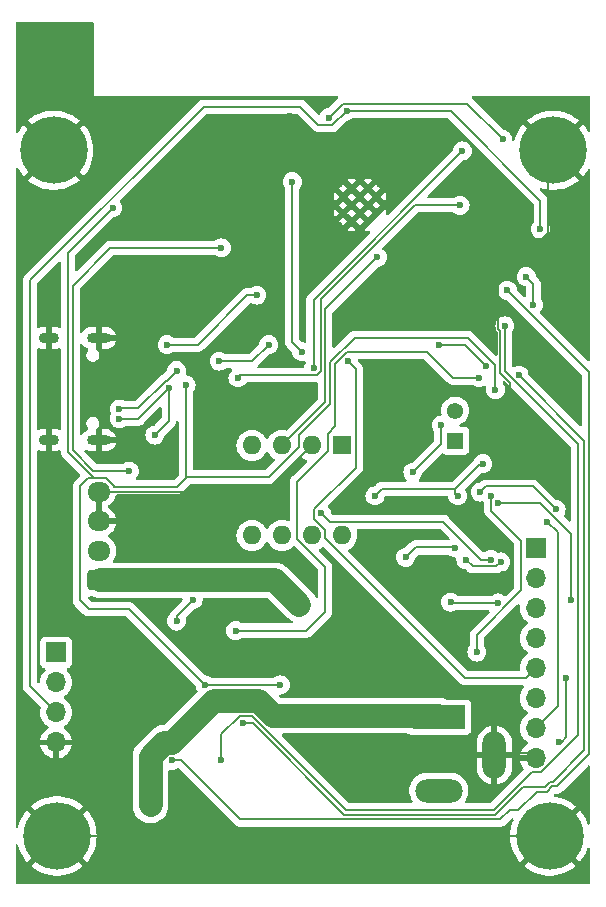
<source format=gbr>
%TF.GenerationSoftware,KiCad,Pcbnew,8.0.3*%
%TF.CreationDate,2024-07-09T19:18:37+01:00*%
%TF.ProjectId,LEDStrip,4c454453-7472-4697-902e-6b696361645f,rev?*%
%TF.SameCoordinates,Original*%
%TF.FileFunction,Copper,L2,Bot*%
%TF.FilePolarity,Positive*%
%FSLAX46Y46*%
G04 Gerber Fmt 4.6, Leading zero omitted, Abs format (unit mm)*
G04 Created by KiCad (PCBNEW 8.0.3) date 2024-07-09 19:18:37*
%MOMM*%
%LPD*%
G01*
G04 APERTURE LIST*
G04 Aperture macros list*
%AMRoundRect*
0 Rectangle with rounded corners*
0 $1 Rounding radius*
0 $2 $3 $4 $5 $6 $7 $8 $9 X,Y pos of 4 corners*
0 Add a 4 corners polygon primitive as box body*
4,1,4,$2,$3,$4,$5,$6,$7,$8,$9,$2,$3,0*
0 Add four circle primitives for the rounded corners*
1,1,$1+$1,$2,$3*
1,1,$1+$1,$4,$5*
1,1,$1+$1,$6,$7*
1,1,$1+$1,$8,$9*
0 Add four rect primitives between the rounded corners*
20,1,$1+$1,$2,$3,$4,$5,0*
20,1,$1+$1,$4,$5,$6,$7,0*
20,1,$1+$1,$6,$7,$8,$9,0*
20,1,$1+$1,$8,$9,$2,$3,0*%
G04 Aperture macros list end*
%TA.AperFunction,ComponentPad*%
%ADD10R,4.500000X2.000000*%
%TD*%
%TA.AperFunction,ComponentPad*%
%ADD11O,4.000000X2.000000*%
%TD*%
%TA.AperFunction,ComponentPad*%
%ADD12O,2.000000X4.000000*%
%TD*%
%TA.AperFunction,ComponentPad*%
%ADD13C,5.700000*%
%TD*%
%TA.AperFunction,ComponentPad*%
%ADD14R,1.600000X1.600000*%
%TD*%
%TA.AperFunction,ComponentPad*%
%ADD15O,1.600000X1.600000*%
%TD*%
%TA.AperFunction,ComponentPad*%
%ADD16O,2.000000X0.900000*%
%TD*%
%TA.AperFunction,ComponentPad*%
%ADD17O,1.700000X0.900000*%
%TD*%
%TA.AperFunction,ComponentPad*%
%ADD18RoundRect,0.250000X0.725000X-0.600000X0.725000X0.600000X-0.725000X0.600000X-0.725000X-0.600000X0*%
%TD*%
%TA.AperFunction,ComponentPad*%
%ADD19O,1.950000X1.700000*%
%TD*%
%TA.AperFunction,ComponentPad*%
%ADD20R,1.700000X1.700000*%
%TD*%
%TA.AperFunction,ComponentPad*%
%ADD21O,1.700000X1.700000*%
%TD*%
%TA.AperFunction,HeatsinkPad*%
%ADD22C,0.600000*%
%TD*%
%TA.AperFunction,ComponentPad*%
%ADD23R,1.378000X1.378000*%
%TD*%
%TA.AperFunction,ComponentPad*%
%ADD24C,1.378000*%
%TD*%
%TA.AperFunction,ViaPad*%
%ADD25C,0.600000*%
%TD*%
%TA.AperFunction,Conductor*%
%ADD26C,0.200000*%
%TD*%
%TA.AperFunction,Conductor*%
%ADD27C,0.150000*%
%TD*%
%TA.AperFunction,Conductor*%
%ADD28C,2.000000*%
%TD*%
%TA.AperFunction,Conductor*%
%ADD29C,1.000000*%
%TD*%
G04 APERTURE END LIST*
D10*
%TO.P,J5,1*%
%TO.N,VCC_12V*%
X161200000Y-115950000D03*
D11*
%TO.P,J5,2*%
%TO.N,unconnected-(J5-Pad2)*%
X161200000Y-122150000D03*
D12*
%TO.P,J5,3*%
%TO.N,GND*%
X165900000Y-119150000D03*
%TD*%
D13*
%TO.P,H3,1,1*%
%TO.N,GND*%
X128600000Y-67950000D03*
%TD*%
D14*
%TO.P,U1,1,VDD*%
%TO.N,VDD_EQ*%
X153000000Y-92925000D03*
D15*
%TO.P,U1,2,VSS*%
%TO.N,GND*%
X150460000Y-92925000D03*
%TO.P,U1,3,OUT*%
%TO.N,EQ_DATA*%
X147920000Y-92925000D03*
%TO.P,U1,4,STROBE*%
%TO.N,EQ_STROBE*%
X145380000Y-92925000D03*
%TO.P,U1,5,IN*%
%TO.N,Net-(U1-IN)*%
X145380000Y-100545000D03*
%TO.P,U1,6,GND*%
%TO.N,Net-(U1-GND)*%
X147920000Y-100545000D03*
%TO.P,U1,7,RESET*%
%TO.N,EQ_RESET*%
X150460000Y-100545000D03*
%TO.P,U1,8,CKIN*%
%TO.N,Net-(U1-CKIN)*%
X153000000Y-100545000D03*
%TD*%
D16*
%TO.P,J1,S1,SHIELD*%
%TO.N,GND*%
X132400000Y-83850000D03*
D17*
X128230000Y-83850000D03*
D16*
X132400000Y-92490000D03*
D17*
X128230000Y-92490000D03*
%TD*%
D18*
%TO.P,J3,1,Pin_1*%
%TO.N,VCC_12V*%
X132400000Y-104350000D03*
D19*
%TO.P,J3,2,Pin_2*%
%TO.N,LED_ADDR*%
X132400000Y-101850000D03*
%TO.P,J3,3,Pin_3*%
%TO.N,GND*%
X132400000Y-99350000D03*
%TO.P,J3,4,Pin_4*%
X132400000Y-96850000D03*
%TD*%
D13*
%TO.P,H4,1,1*%
%TO.N,GND*%
X128875000Y-126000000D03*
%TD*%
D20*
%TO.P,J6,1,Pin_1*%
%TO.N,DISP_SDA*%
X128800000Y-110460000D03*
D21*
%TO.P,J6,2,Pin_2*%
%TO.N,DISP_SCL*%
X128800000Y-113000000D03*
%TO.P,J6,3,Pin_3*%
%TO.N,ESP_3V3*%
X128800000Y-115540000D03*
%TO.P,J6,4,Pin_4*%
%TO.N,GND*%
X128800000Y-118080000D03*
%TD*%
D22*
%TO.P,U2,41,GND*%
%TO.N,GND*%
X153115000Y-71860000D03*
X153115000Y-73260000D03*
X153815000Y-71160000D03*
X153815000Y-72560000D03*
X153815000Y-73960000D03*
X154515000Y-71860000D03*
X154515000Y-73260000D03*
X155215000Y-71160000D03*
X155215000Y-72560000D03*
X155215000Y-73960000D03*
X155915000Y-71860000D03*
X155915000Y-73260000D03*
%TD*%
D23*
%TO.P,MK1,1*%
%TO.N,Net-(C18-Pad2)*%
X162600000Y-92540000D03*
D24*
%TO.P,MK1,2*%
%TO.N,<NO NET>*%
X162600000Y-90000000D03*
%TD*%
D20*
%TO.P,J7,1,Pin_1*%
%TO.N,Net-(J7-Pin_1)*%
X169400000Y-101620000D03*
D21*
%TO.P,J7,2,Pin_2*%
%TO.N,TFT_CS*%
X169400000Y-104160000D03*
%TO.P,J7,3,Pin_3*%
%TO.N,TFT_DC*%
X169400000Y-106700000D03*
%TO.P,J7,4,Pin_4*%
%TO.N,TFT_RST*%
X169400000Y-109240000D03*
%TO.P,J7,5,Pin_5*%
%TO.N,TFT_MOSI*%
X169400000Y-111780000D03*
%TO.P,J7,6,Pin_6*%
%TO.N,TFT_SCLK*%
X169400000Y-114320000D03*
%TO.P,J7,7,Pin_7*%
%TO.N,ESP_3V3*%
X169400000Y-116860000D03*
%TO.P,J7,8,Pin_8*%
%TO.N,GND*%
X169400000Y-119400000D03*
%TD*%
D13*
%TO.P,H2,1,1*%
%TO.N,GND*%
X170600000Y-126000000D03*
%TD*%
%TO.P,H1,1,1*%
%TO.N,GND*%
X170875000Y-67950000D03*
%TD*%
D25*
%TO.N,ESP_3V3*%
X163486893Y-102598892D03*
X169800000Y-74600000D03*
X170400000Y-99400000D03*
X153400000Y-64600000D03*
X166450000Y-102800000D03*
%TO.N,CHIP_PU*%
X135000000Y-95100000D03*
X142800000Y-76200000D03*
%TO.N,GPIO0*%
X144000000Y-108600000D03*
X164600000Y-87200000D03*
%TO.N,Net-(U6-CT)*%
X162600000Y-101600000D03*
X158400000Y-102400000D03*
%TO.N,Net-(U6-MICIN)*%
X172400000Y-106000000D03*
X166200000Y-97800000D03*
%TO.N,MAT_CS*%
X161200000Y-84400000D03*
X165200000Y-86200000D03*
%TO.N,TFT_MOSI*%
X153510000Y-85800000D03*
%TO.N,Net-(J1-CC2)*%
X139000000Y-86600000D03*
X134160000Y-89850000D03*
%TO.N,<NO NET>*%
X140400000Y-106000000D03*
X171400000Y-118000000D03*
X172000000Y-112600000D03*
X159000000Y-95200000D03*
X139000000Y-107800000D03*
X161400000Y-91200000D03*
%TO.N,VCC_5V*%
X133600000Y-72800000D03*
X147800000Y-113200000D03*
X139800000Y-87800000D03*
X166000000Y-88200000D03*
X141400000Y-113200000D03*
%TO.N,RGB_R*%
X166800000Y-82800000D03*
X142800000Y-119600000D03*
%TO.N,Net-(D1-A)*%
X134160000Y-90650000D03*
X138360000Y-88050000D03*
X137160000Y-92050000D03*
%TO.N,D-*%
X138200000Y-84400000D03*
X145800000Y-80200000D03*
%TO.N,D+*%
X146800000Y-84400000D03*
X142600000Y-85800000D03*
%TO.N,RGB_G*%
X167000000Y-79800000D03*
X138600000Y-119600000D03*
%TO.N,RGB_B*%
X168000000Y-87000000D03*
X144600000Y-116450000D03*
%TO.N,GAIN*%
X171127818Y-98350000D03*
X164706587Y-96875000D03*
%TO.N,EQ_DATA*%
X156000000Y-77000000D03*
%TO.N,EQ_STROBE*%
X150600000Y-86400000D03*
X163200000Y-68000000D03*
%TO.N,EQ_RESET*%
X148800000Y-70600000D03*
X149600000Y-85000000D03*
%TO.N,AR*%
X164424265Y-110424265D03*
X165649941Y-97195529D03*
%TO.N,AUDIO*%
X151259396Y-98692074D03*
X165600000Y-102600000D03*
%TO.N,LED_ADDR*%
X144200000Y-87200000D03*
X163000000Y-72600000D03*
%TO.N,CMD_BTN*%
X166600000Y-67000000D03*
X151900000Y-65175000D03*
%TO.N,Net-(U6-TH)*%
X162200000Y-106200000D03*
X166200773Y-106270459D03*
%TO.N,Net-(U6-MICBIAS)*%
X164932559Y-94475000D03*
X155800000Y-97200000D03*
X162800000Y-97200000D03*
%TO.N,VCC_12V*%
X137000000Y-123345534D03*
X149400000Y-106400000D03*
%TO.N,Net-(R11-Pad1)*%
X168615000Y-78650000D03*
X169215000Y-81050000D03*
%TO.N,GND*%
X151200000Y-67400000D03*
X148600000Y-65000000D03*
X167200000Y-92200000D03*
%TD*%
D26*
%TO.N,ESP_3V3*%
X128800000Y-115540000D02*
X126600000Y-113340000D01*
X149463529Y-64250000D02*
X151013529Y-65800000D01*
D27*
X166075000Y-103175000D02*
X166450000Y-102800000D01*
X163486893Y-102598892D02*
X164063001Y-103175000D01*
D26*
X126600000Y-113340000D02*
X126600000Y-78951471D01*
X171300000Y-100300000D02*
X171300000Y-114960000D01*
X141301471Y-64250000D02*
X149463529Y-64250000D01*
X171300000Y-114960000D02*
X169400000Y-116860000D01*
D27*
X164063001Y-103175000D02*
X166075000Y-103175000D01*
X162200000Y-64600000D02*
X153400000Y-64600000D01*
D26*
X151013529Y-65800000D02*
X152200000Y-65800000D01*
X126600000Y-78951471D02*
X141301471Y-64250000D01*
X170400000Y-99400000D02*
X171300000Y-100300000D01*
D27*
X169800000Y-72200000D02*
X162200000Y-64600000D01*
X169800000Y-74600000D02*
X169800000Y-72200000D01*
D26*
X152200000Y-65800000D02*
X153400000Y-64600000D01*
%TO.N,CHIP_PU*%
X130200000Y-79400000D02*
X133400000Y-76200000D01*
X130200000Y-93334314D02*
X130200000Y-79400000D01*
X135000000Y-95100000D02*
X131965686Y-95100000D01*
X131965686Y-95100000D02*
X130200000Y-93334314D01*
X133400000Y-76200000D02*
X142800000Y-76200000D01*
%TO.N,GPIO0*%
X162400000Y-87200000D02*
X160200000Y-85000000D01*
X153461471Y-85000000D02*
X152400000Y-86061471D01*
X150000000Y-108600000D02*
X144000000Y-108600000D01*
X149200000Y-96000000D02*
X149200000Y-100840635D01*
X149200000Y-100840635D02*
X151600000Y-103240635D01*
X151800000Y-93400000D02*
X149200000Y-96000000D01*
X151600000Y-103240635D02*
X151600000Y-107000000D01*
X151800000Y-91925000D02*
X151800000Y-93400000D01*
X152400000Y-91325000D02*
X151800000Y-91925000D01*
X160200000Y-85000000D02*
X153461471Y-85000000D01*
X164600000Y-87200000D02*
X162400000Y-87200000D01*
X152400000Y-86061471D02*
X152400000Y-91325000D01*
X151600000Y-107000000D02*
X150000000Y-108600000D01*
%TO.N,Net-(U6-CT)*%
X158400000Y-102400000D02*
X159233732Y-101566268D01*
X159233732Y-101566268D02*
X162566268Y-101566268D01*
X162566268Y-101566268D02*
X162600000Y-101600000D01*
%TO.N,Net-(U6-MICIN)*%
X169800000Y-97800000D02*
X166200000Y-97800000D01*
X169800000Y-97800000D02*
X172400000Y-100400000D01*
X172400000Y-100400000D02*
X172400000Y-106000000D01*
%TO.N,MAT_CS*%
X163400000Y-84400000D02*
X161200000Y-84400000D01*
X165200000Y-86200000D02*
X163400000Y-84400000D01*
%TO.N,TFT_MOSI*%
X150659396Y-99188761D02*
X150659396Y-98340604D01*
X169400000Y-111780000D02*
X168550000Y-112630000D01*
X154200000Y-94800000D02*
X154200000Y-86490000D01*
X150659396Y-98340604D02*
X154200000Y-94800000D01*
X168550000Y-112630000D02*
X163430000Y-112630000D01*
X151560000Y-100760000D02*
X151560000Y-100089365D01*
X163430000Y-112630000D02*
X151560000Y-100760000D01*
X154200000Y-86490000D02*
X153510000Y-85800000D01*
X151560000Y-100089365D02*
X150659396Y-99188761D01*
%TO.N,Net-(J1-CC2)*%
X134210000Y-89800000D02*
X134160000Y-89850000D01*
X138150000Y-87450000D02*
X138111471Y-87450000D01*
X138111471Y-87450000D02*
X135761471Y-89800000D01*
X135761471Y-89800000D02*
X134210000Y-89800000D01*
X139000000Y-86600000D02*
X138150000Y-87450000D01*
%TO.N,<NO NET>*%
X140400000Y-106000000D02*
X139000000Y-107400000D01*
X161400000Y-91200000D02*
X161400000Y-92800000D01*
X171600000Y-118000000D02*
X171400000Y-118000000D01*
X171400000Y-118200000D02*
X171400000Y-118200000D01*
X172000000Y-117600000D02*
X171600000Y-118000000D01*
X171400000Y-118000000D02*
X171400000Y-118200000D01*
X172000000Y-112600000D02*
X172000000Y-117600000D01*
X139000000Y-107400000D02*
X139000000Y-107800000D01*
X161400000Y-92800000D02*
X159000000Y-95200000D01*
%TO.N,VCC_5V*%
X146800000Y-95600000D02*
X139900000Y-95600000D01*
X131500000Y-95700000D02*
X133001346Y-95700000D01*
X131592244Y-106800000D02*
X130800000Y-106007756D01*
X139800000Y-87800000D02*
X139800000Y-95700000D01*
X152000000Y-89410685D02*
X149360000Y-92050686D01*
X130800000Y-106007756D02*
X130800000Y-96400000D01*
X129800000Y-93500000D02*
X129800000Y-76600000D01*
X163648529Y-83800000D02*
X154095785Y-83800000D01*
X147800000Y-113200000D02*
X141400000Y-113200000D01*
X130800000Y-96400000D02*
X131500000Y-95700000D01*
X139800000Y-95700000D02*
X139900000Y-95600000D01*
X133675000Y-96373654D02*
X133675000Y-96450000D01*
X166000000Y-86151471D02*
X163648529Y-83800000D01*
X166000000Y-88200000D02*
X166000000Y-86151471D01*
X152000000Y-85895785D02*
X152000000Y-89410685D01*
X149360000Y-92050686D02*
X149360000Y-93040000D01*
X141400000Y-113200000D02*
X135000000Y-106800000D01*
X129800000Y-76600000D02*
X133600000Y-72800000D01*
X133001346Y-95700000D02*
X133675000Y-96373654D01*
X132000000Y-95700000D02*
X129800000Y-93500000D01*
X139050000Y-96450000D02*
X139800000Y-95700000D01*
X135000000Y-106800000D02*
X131592244Y-106800000D01*
X133675000Y-96450000D02*
X139050000Y-96450000D01*
X154095785Y-83800000D02*
X152000000Y-85895785D01*
X149360000Y-93040000D02*
X146800000Y-95600000D01*
%TO.N,RGB_R*%
X145415686Y-115850000D02*
X153365686Y-123800000D01*
X144351471Y-115850000D02*
X145415686Y-115850000D01*
X142800000Y-117401471D02*
X144351471Y-115850000D01*
X173000000Y-117426346D02*
X173000000Y-92848529D01*
X173000000Y-92848529D02*
X166800000Y-86648529D01*
X165834314Y-123800000D02*
X169084314Y-120550000D01*
X166800000Y-86648529D02*
X166800000Y-82800000D01*
X153365686Y-123800000D02*
X165834314Y-123800000D01*
X142800000Y-119600000D02*
X142800000Y-117401471D01*
X169876346Y-120550000D02*
X173000000Y-117426346D01*
X169084314Y-120550000D02*
X169876346Y-120550000D01*
%TO.N,Net-(D1-A)*%
X138360000Y-90850000D02*
X138360000Y-88050000D01*
X134160000Y-90650000D02*
X135760000Y-90650000D01*
X137160000Y-92050000D02*
X138360000Y-90850000D01*
X135760000Y-90650000D02*
X138360000Y-88050000D01*
%TO.N,D-*%
X140800000Y-84400000D02*
X138200000Y-84400000D01*
X145800000Y-80200000D02*
X145000000Y-80200000D01*
X145000000Y-80200000D02*
X140800000Y-84400000D01*
%TO.N,D+*%
X142600000Y-85800000D02*
X145400000Y-85800000D01*
X145400000Y-85800000D02*
X146800000Y-84400000D01*
%TO.N,RGB_G*%
X169495227Y-122250000D02*
X170350000Y-122250000D01*
X166400000Y-124600000D02*
X167200000Y-123800000D01*
X173927500Y-119072500D02*
X173927500Y-86727500D01*
X144400000Y-124600000D02*
X166400000Y-124600000D01*
X167200000Y-123800000D02*
X167945227Y-123800000D01*
X170350000Y-122250000D02*
X170800000Y-121800000D01*
X173927500Y-86727500D02*
X167000000Y-79800000D01*
X171200000Y-121800000D02*
X173927500Y-119072500D01*
X139400000Y-119600000D02*
X144400000Y-124600000D01*
X138600000Y-119600000D02*
X139400000Y-119600000D01*
X170800000Y-121800000D02*
X171200000Y-121800000D01*
X167945227Y-123800000D02*
X169495227Y-122250000D01*
%TO.N,RGB_B*%
X168350000Y-121850000D02*
X170184314Y-121850000D01*
X170184314Y-121850000D02*
X170634314Y-121400000D01*
X170855000Y-121400000D02*
X173527500Y-118727500D01*
X144600000Y-116450000D02*
X145450000Y-116450000D01*
X166000000Y-124200000D02*
X168350000Y-121850000D01*
X145450000Y-116450000D02*
X153200000Y-124200000D01*
X173527500Y-118727500D02*
X173527500Y-92527500D01*
X173527500Y-92527500D02*
X168000000Y-87000000D01*
X153200000Y-124200000D02*
X166000000Y-124200000D01*
X170634314Y-121400000D02*
X170855000Y-121400000D01*
D27*
%TO.N,GAIN*%
X171127818Y-98350000D02*
X169177818Y-96400000D01*
X165181587Y-96400000D02*
X164706587Y-96875000D01*
X169177818Y-96400000D02*
X165181587Y-96400000D01*
D26*
%TO.N,EQ_DATA*%
X151600000Y-89245000D02*
X147965000Y-92880000D01*
X151600000Y-81400000D02*
X151600000Y-89245000D01*
X147965000Y-92880000D02*
X147920000Y-92880000D01*
X156000000Y-77000000D02*
X151600000Y-81400000D01*
%TO.N,EQ_STROBE*%
X150600000Y-86400000D02*
X150600000Y-80600000D01*
X150600000Y-80600000D02*
X163200000Y-68000000D01*
%TO.N,EQ_RESET*%
X148800000Y-84200000D02*
X149600000Y-85000000D01*
X148800000Y-70600000D02*
X148800000Y-84200000D01*
%TO.N,AR*%
X164424265Y-108975735D02*
X164424265Y-110424265D01*
X165649941Y-98449941D02*
X168200000Y-101000000D01*
X168200000Y-105200000D02*
X164424265Y-108975735D01*
X165649941Y-97195529D02*
X165649941Y-98449941D01*
X168200000Y-101000000D02*
X168200000Y-105200000D01*
%TO.N,AUDIO*%
X165600000Y-102600000D02*
X164800000Y-102600000D01*
X151967322Y-99400000D02*
X151259396Y-98692074D01*
X161600000Y-99400000D02*
X151967322Y-99400000D01*
X164800000Y-102600000D02*
X161600000Y-99400000D01*
%TO.N,LED_ADDR*%
X144400000Y-87000000D02*
X150848529Y-87000000D01*
X144200000Y-87200000D02*
X144400000Y-87000000D01*
X151200000Y-80565686D02*
X159165686Y-72600000D01*
X150848529Y-87000000D02*
X151200000Y-86648529D01*
X151200000Y-86648529D02*
X151200000Y-80565686D01*
X159165686Y-72600000D02*
X163000000Y-72600000D01*
%TO.N,CMD_BTN*%
X151900000Y-65175000D02*
X153075000Y-64000000D01*
X153075000Y-64000000D02*
X163600000Y-64000000D01*
X163600000Y-64000000D02*
X166600000Y-67000000D01*
%TO.N,Net-(U6-TH)*%
X162270459Y-106270459D02*
X166200773Y-106270459D01*
D27*
X162200000Y-106200000D02*
X162270459Y-106270459D01*
D26*
%TO.N,Net-(U6-MICBIAS)*%
X156400000Y-96600000D02*
X162600000Y-96600000D01*
X164725000Y-94475000D02*
X164932559Y-94475000D01*
X155800000Y-97200000D02*
X156400000Y-96600000D01*
X162600000Y-96600000D02*
X164725000Y-94475000D01*
X162600000Y-97000000D02*
X162600000Y-96600000D01*
X162800000Y-97200000D02*
X162600000Y-97000000D01*
D28*
%TO.N,VCC_12V*%
X147204164Y-115800000D02*
X161200000Y-115800000D01*
X137978679Y-118100000D02*
X138600000Y-118100000D01*
D29*
X137000000Y-123345534D02*
X136854466Y-123345534D01*
X136854466Y-123345534D02*
X136800000Y-123400000D01*
D28*
X142150000Y-114550000D02*
X145954164Y-114550000D01*
X149400000Y-106400000D02*
X147350000Y-104350000D01*
X136800000Y-119278679D02*
X137978679Y-118100000D01*
X147350000Y-104350000D02*
X132532500Y-104350000D01*
X145954164Y-114550000D02*
X147204164Y-115800000D01*
X136800000Y-123400000D02*
X136800000Y-119278679D01*
X138600000Y-118100000D02*
X142150000Y-114550000D01*
D26*
%TO.N,Net-(R11-Pad1)*%
X169215000Y-79250000D02*
X169215000Y-81050000D01*
X168615000Y-78650000D02*
X169215000Y-79250000D01*
%TO.N,GND*%
X167200000Y-92200000D02*
X167200000Y-87614214D01*
X150460000Y-92925000D02*
X146535000Y-96850000D01*
X166400000Y-83248529D02*
X166200000Y-83048529D01*
X148600000Y-65000000D02*
X151000000Y-67400000D01*
X166200000Y-83048529D02*
X166200000Y-79200000D01*
X170800000Y-126000000D02*
X170800000Y-125400000D01*
X166200000Y-79200000D02*
X170415000Y-74985000D01*
X165900000Y-119000000D02*
X169000000Y-119000000D01*
X169000000Y-119000000D02*
X169400000Y-119400000D01*
X128875000Y-126000000D02*
X170800000Y-126000000D01*
X167200000Y-87614214D02*
X166400000Y-86814214D01*
X151000000Y-67400000D02*
X151200000Y-67400000D01*
X146535000Y-96850000D02*
X132532500Y-96850000D01*
X170415000Y-74985000D02*
X170415000Y-67950000D01*
X166400000Y-86814214D02*
X166400000Y-83248529D01*
%TD*%
%TA.AperFunction,Conductor*%
%TO.N,GND*%
G36*
X131958039Y-57120185D02*
G01*
X132003794Y-57172989D01*
X132015000Y-57224500D01*
X132015000Y-63350000D01*
X152576402Y-63350000D01*
X152643441Y-63369685D01*
X152689196Y-63422489D01*
X152699140Y-63491647D01*
X152670115Y-63555203D01*
X152664083Y-63561681D01*
X152594478Y-63631286D01*
X151881465Y-64344298D01*
X151820142Y-64377783D01*
X151807668Y-64379837D01*
X151720750Y-64389630D01*
X151550478Y-64449210D01*
X151397737Y-64545184D01*
X151270184Y-64672737D01*
X151174211Y-64825476D01*
X151165263Y-64851050D01*
X151124541Y-64907826D01*
X151059588Y-64933573D01*
X150991027Y-64920117D01*
X150960540Y-64897776D01*
X149951119Y-63888355D01*
X149951117Y-63888352D01*
X149832246Y-63769481D01*
X149832245Y-63769480D01*
X149745433Y-63719360D01*
X149745433Y-63719359D01*
X149745429Y-63719358D01*
X149695314Y-63690423D01*
X149542586Y-63649499D01*
X149384472Y-63649499D01*
X149376876Y-63649499D01*
X149376860Y-63649500D01*
X141388141Y-63649500D01*
X141388125Y-63649499D01*
X141380529Y-63649499D01*
X141222414Y-63649499D01*
X141146050Y-63669961D01*
X141069685Y-63690423D01*
X141069680Y-63690426D01*
X140932761Y-63769475D01*
X140932753Y-63769481D01*
X126119481Y-78582753D01*
X126119480Y-78582755D01*
X126080657Y-78650000D01*
X126069361Y-78669565D01*
X126069359Y-78669567D01*
X126040425Y-78719680D01*
X126040424Y-78719681D01*
X126024544Y-78778943D01*
X125999499Y-78872414D01*
X125999499Y-78872416D01*
X125999499Y-79040517D01*
X125999500Y-79040530D01*
X125999500Y-113253330D01*
X125999499Y-113253348D01*
X125999499Y-113419054D01*
X125999498Y-113419054D01*
X126040423Y-113571785D01*
X126069358Y-113621900D01*
X126069359Y-113621904D01*
X126069360Y-113621904D01*
X126119479Y-113708714D01*
X126119481Y-113708717D01*
X126238349Y-113827585D01*
X126238355Y-113827590D01*
X127467233Y-115056468D01*
X127500718Y-115117791D01*
X127499327Y-115176241D01*
X127464939Y-115304583D01*
X127464936Y-115304596D01*
X127444341Y-115539999D01*
X127444341Y-115540000D01*
X127464936Y-115775403D01*
X127464938Y-115775413D01*
X127526094Y-116003655D01*
X127526096Y-116003659D01*
X127526097Y-116003663D01*
X127581740Y-116122989D01*
X127625965Y-116217830D01*
X127625967Y-116217834D01*
X127761501Y-116411395D01*
X127761506Y-116411402D01*
X127928597Y-116578493D01*
X127928603Y-116578498D01*
X128114594Y-116708730D01*
X128158219Y-116763307D01*
X128165413Y-116832805D01*
X128133890Y-116895160D01*
X128114595Y-116911880D01*
X127928922Y-117041890D01*
X127928920Y-117041891D01*
X127761891Y-117208920D01*
X127761886Y-117208926D01*
X127626400Y-117402420D01*
X127626399Y-117402422D01*
X127526570Y-117616507D01*
X127526567Y-117616513D01*
X127469364Y-117829999D01*
X127469364Y-117830000D01*
X128366988Y-117830000D01*
X128334075Y-117887007D01*
X128300000Y-118014174D01*
X128300000Y-118145826D01*
X128334075Y-118272993D01*
X128366988Y-118330000D01*
X127469364Y-118330000D01*
X127526567Y-118543486D01*
X127526570Y-118543492D01*
X127626399Y-118757578D01*
X127761894Y-118951082D01*
X127928917Y-119118105D01*
X128122421Y-119253600D01*
X128336507Y-119353429D01*
X128336516Y-119353433D01*
X128550000Y-119410634D01*
X128550000Y-118513012D01*
X128607007Y-118545925D01*
X128734174Y-118580000D01*
X128865826Y-118580000D01*
X128992993Y-118545925D01*
X129050000Y-118513012D01*
X129050000Y-119410633D01*
X129263483Y-119353433D01*
X129263492Y-119353429D01*
X129477578Y-119253600D01*
X129671082Y-119118105D01*
X129838105Y-118951082D01*
X129973600Y-118757578D01*
X130073429Y-118543492D01*
X130073432Y-118543486D01*
X130130636Y-118330000D01*
X129233012Y-118330000D01*
X129265925Y-118272993D01*
X129300000Y-118145826D01*
X129300000Y-118014174D01*
X129265925Y-117887007D01*
X129233012Y-117830000D01*
X130130636Y-117830000D01*
X130130635Y-117829999D01*
X130073432Y-117616513D01*
X130073429Y-117616507D01*
X129973600Y-117402422D01*
X129973599Y-117402420D01*
X129838113Y-117208926D01*
X129838108Y-117208920D01*
X129671078Y-117041890D01*
X129485405Y-116911879D01*
X129441780Y-116857302D01*
X129434588Y-116787804D01*
X129466110Y-116725449D01*
X129485406Y-116708730D01*
X129588638Y-116636446D01*
X129671401Y-116578495D01*
X129838495Y-116411401D01*
X129974035Y-116217830D01*
X130073903Y-116003663D01*
X130135063Y-115775408D01*
X130155659Y-115540000D01*
X130135063Y-115304592D01*
X130073903Y-115076337D01*
X129974035Y-114862171D01*
X129960274Y-114842517D01*
X129838494Y-114668597D01*
X129671402Y-114501506D01*
X129671396Y-114501501D01*
X129485842Y-114371575D01*
X129442217Y-114316998D01*
X129435023Y-114247500D01*
X129466546Y-114185145D01*
X129485842Y-114168425D01*
X129605562Y-114084596D01*
X129671401Y-114038495D01*
X129838495Y-113871401D01*
X129974035Y-113677830D01*
X130073903Y-113463663D01*
X130135063Y-113235408D01*
X130155659Y-113000000D01*
X130135063Y-112764592D01*
X130073903Y-112536337D01*
X129974035Y-112322171D01*
X129919063Y-112243663D01*
X129838496Y-112128600D01*
X129838495Y-112128599D01*
X129716567Y-112006671D01*
X129683084Y-111945351D01*
X129688068Y-111875659D01*
X129729939Y-111819725D01*
X129760915Y-111802810D01*
X129892331Y-111753796D01*
X130007546Y-111667546D01*
X130093796Y-111552331D01*
X130144091Y-111417483D01*
X130150500Y-111357873D01*
X130150499Y-109562128D01*
X130144091Y-109502517D01*
X130107930Y-109405565D01*
X130093797Y-109367671D01*
X130093793Y-109367664D01*
X130007547Y-109252455D01*
X130007544Y-109252452D01*
X129892335Y-109166206D01*
X129892328Y-109166202D01*
X129757482Y-109115908D01*
X129757483Y-109115908D01*
X129697883Y-109109501D01*
X129697881Y-109109500D01*
X129697873Y-109109500D01*
X129697864Y-109109500D01*
X127902129Y-109109500D01*
X127902123Y-109109501D01*
X127842516Y-109115908D01*
X127707671Y-109166202D01*
X127707664Y-109166206D01*
X127592455Y-109252452D01*
X127592452Y-109252455D01*
X127506206Y-109367664D01*
X127506202Y-109367671D01*
X127455908Y-109502517D01*
X127449501Y-109562116D01*
X127449501Y-109562123D01*
X127449500Y-109562135D01*
X127449500Y-111357870D01*
X127449501Y-111357876D01*
X127455908Y-111417483D01*
X127506202Y-111552328D01*
X127506206Y-111552335D01*
X127592452Y-111667544D01*
X127592455Y-111667547D01*
X127707664Y-111753793D01*
X127707671Y-111753797D01*
X127839081Y-111802810D01*
X127895015Y-111844681D01*
X127919432Y-111910145D01*
X127904580Y-111978418D01*
X127883430Y-112006673D01*
X127761503Y-112128600D01*
X127625965Y-112322169D01*
X127625964Y-112322171D01*
X127526098Y-112536335D01*
X127526094Y-112536344D01*
X127464938Y-112764586D01*
X127464936Y-112764596D01*
X127448028Y-112957858D01*
X127422575Y-113022926D01*
X127365984Y-113063905D01*
X127296222Y-113067783D01*
X127235438Y-113033329D01*
X127202931Y-112971482D01*
X127200500Y-112947050D01*
X127200500Y-93442812D01*
X127220185Y-93375773D01*
X127272989Y-93330018D01*
X127342147Y-93320074D01*
X127373977Y-93330515D01*
X127374378Y-93329548D01*
X127552894Y-93403491D01*
X127552902Y-93403493D01*
X127736428Y-93439999D01*
X127736431Y-93440000D01*
X127980000Y-93440000D01*
X127980000Y-92790000D01*
X128480000Y-92790000D01*
X128480000Y-93440000D01*
X128723569Y-93440000D01*
X128723571Y-93439999D01*
X128907097Y-93403493D01*
X128907105Y-93403491D01*
X129028046Y-93353396D01*
X129097515Y-93345927D01*
X129159995Y-93377202D01*
X129195647Y-93437291D01*
X129199499Y-93467957D01*
X129199499Y-93579054D01*
X129199498Y-93579054D01*
X129240423Y-93731785D01*
X129269358Y-93781900D01*
X129269359Y-93781904D01*
X129269360Y-93781904D01*
X129297446Y-93830552D01*
X129319479Y-93868714D01*
X129319481Y-93868717D01*
X129438349Y-93987585D01*
X129438355Y-93987590D01*
X130813083Y-95362318D01*
X130846568Y-95423641D01*
X130841584Y-95493333D01*
X130813083Y-95537680D01*
X130431286Y-95919478D01*
X130319481Y-96031282D01*
X130319479Y-96031284D01*
X130310617Y-96046635D01*
X130291054Y-96080520D01*
X130240423Y-96168215D01*
X130199499Y-96320943D01*
X130199499Y-96320945D01*
X130199499Y-96489046D01*
X130199500Y-96489059D01*
X130199500Y-105921086D01*
X130199499Y-105921104D01*
X130199499Y-106086810D01*
X130199498Y-106086810D01*
X130229828Y-106200003D01*
X130240423Y-106239541D01*
X130258273Y-106270458D01*
X130258274Y-106270460D01*
X130258275Y-106270460D01*
X130315642Y-106369824D01*
X130319479Y-106376470D01*
X130319481Y-106376473D01*
X130438349Y-106495341D01*
X130438355Y-106495346D01*
X131107383Y-107164374D01*
X131107393Y-107164385D01*
X131111723Y-107168715D01*
X131111724Y-107168716D01*
X131223528Y-107280520D01*
X131310339Y-107330639D01*
X131310341Y-107330641D01*
X131360457Y-107359576D01*
X131360459Y-107359577D01*
X131513186Y-107400500D01*
X131513187Y-107400500D01*
X134699903Y-107400500D01*
X134766942Y-107420185D01*
X134787584Y-107436819D01*
X140569298Y-113218534D01*
X140602783Y-113279857D01*
X140604837Y-113292331D01*
X140614630Y-113379249D01*
X140674210Y-113549521D01*
X140758293Y-113683338D01*
X140777293Y-113750575D01*
X140756925Y-113817410D01*
X140740980Y-113836991D01*
X138014792Y-116563181D01*
X137953469Y-116596666D01*
X137927111Y-116599500D01*
X137860582Y-116599500D01*
X137627310Y-116636446D01*
X137402682Y-116709433D01*
X137192242Y-116816659D01*
X137001175Y-116955476D01*
X137001170Y-116955480D01*
X135655485Y-118301166D01*
X135655484Y-118301167D01*
X135516655Y-118492246D01*
X135423035Y-118675990D01*
X135423034Y-118675992D01*
X135409432Y-118702687D01*
X135403020Y-118722421D01*
X135336446Y-118927310D01*
X135299500Y-119160581D01*
X135299500Y-123518097D01*
X135336446Y-123751368D01*
X135409433Y-123975996D01*
X135507628Y-124168713D01*
X135516657Y-124186433D01*
X135655483Y-124377510D01*
X135822490Y-124544517D01*
X136013567Y-124683343D01*
X136112991Y-124734002D01*
X136224003Y-124790566D01*
X136224005Y-124790566D01*
X136224008Y-124790568D01*
X136344412Y-124829689D01*
X136448631Y-124863553D01*
X136681903Y-124900500D01*
X136681908Y-124900500D01*
X136918097Y-124900500D01*
X137151368Y-124863553D01*
X137375992Y-124790568D01*
X137586433Y-124683343D01*
X137777510Y-124544517D01*
X137944517Y-124377510D01*
X138083343Y-124186433D01*
X138190568Y-123975992D01*
X138263553Y-123751368D01*
X138300500Y-123518097D01*
X138300500Y-120510576D01*
X138320185Y-120443537D01*
X138372989Y-120397782D01*
X138438383Y-120387356D01*
X138599996Y-120405565D01*
X138600000Y-120405565D01*
X138600004Y-120405565D01*
X138779249Y-120385369D01*
X138779252Y-120385368D01*
X138779255Y-120385368D01*
X138949522Y-120325789D01*
X139066631Y-120252203D01*
X139133864Y-120233204D01*
X139200700Y-120253571D01*
X139220282Y-120269517D01*
X143915139Y-124964374D01*
X143915149Y-124964385D01*
X143919479Y-124968715D01*
X143919480Y-124968716D01*
X144031284Y-125080520D01*
X144118095Y-125130639D01*
X144118097Y-125130641D01*
X144156151Y-125152611D01*
X144168215Y-125159577D01*
X144320943Y-125200501D01*
X144320946Y-125200501D01*
X144486653Y-125200501D01*
X144486669Y-125200500D01*
X166313331Y-125200500D01*
X166313347Y-125200501D01*
X166320943Y-125200501D01*
X166479054Y-125200501D01*
X166479057Y-125200501D01*
X166631785Y-125159577D01*
X166681904Y-125130639D01*
X166768716Y-125080520D01*
X166880520Y-124968716D01*
X166880520Y-124968714D01*
X166890728Y-124958507D01*
X166890729Y-124958504D01*
X167326305Y-124522928D01*
X167387625Y-124489446D01*
X167457317Y-124494430D01*
X167513250Y-124536302D01*
X167537667Y-124601766D01*
X167529176Y-124656509D01*
X167420697Y-124928772D01*
X167420695Y-124928779D01*
X167323519Y-125278777D01*
X167323517Y-125278785D01*
X167264746Y-125637271D01*
X167245080Y-125999997D01*
X167245080Y-126000002D01*
X167264746Y-126362728D01*
X167323517Y-126721214D01*
X167323519Y-126721222D01*
X167420695Y-127071220D01*
X167420697Y-127071227D01*
X167555152Y-127408684D01*
X167555161Y-127408702D01*
X167725316Y-127729647D01*
X167725318Y-127729651D01*
X167929170Y-128030309D01*
X167929177Y-128030319D01*
X168060969Y-128185475D01*
X168060970Y-128185475D01*
X169305747Y-126940698D01*
X169379588Y-127042330D01*
X169557670Y-127220412D01*
X169659300Y-127294251D01*
X168411888Y-128541662D01*
X168411888Y-128541664D01*
X168428070Y-128556992D01*
X168428071Y-128556993D01*
X168717266Y-128776832D01*
X168717282Y-128776843D01*
X169028522Y-128964109D01*
X169028535Y-128964116D01*
X169358205Y-129116639D01*
X169358210Y-129116640D01*
X169702461Y-129232632D01*
X170057235Y-129310724D01*
X170418366Y-129349999D01*
X170418374Y-129350000D01*
X170781626Y-129350000D01*
X170781633Y-129349999D01*
X171142764Y-129310724D01*
X171497538Y-129232632D01*
X171841789Y-129116640D01*
X171841794Y-129116639D01*
X172171464Y-128964116D01*
X172171477Y-128964109D01*
X172482717Y-128776843D01*
X172482733Y-128776832D01*
X172771929Y-128556992D01*
X172788110Y-128541664D01*
X172788110Y-128541663D01*
X171540698Y-127294251D01*
X171642330Y-127220412D01*
X171820412Y-127042330D01*
X171894251Y-126940698D01*
X173139028Y-128185475D01*
X173139029Y-128185475D01*
X173270827Y-128030311D01*
X173270838Y-128030297D01*
X173474681Y-127729651D01*
X173474683Y-127729647D01*
X173644838Y-127408702D01*
X173644847Y-127408684D01*
X173779302Y-127071227D01*
X173779304Y-127071220D01*
X173783520Y-127056038D01*
X173820422Y-126996708D01*
X173883541Y-126966747D01*
X173952839Y-126975668D01*
X174006314Y-127020638D01*
X174026986Y-127087379D01*
X174027000Y-127089211D01*
X174027000Y-129955500D01*
X174007315Y-130022539D01*
X173954511Y-130068294D01*
X173903000Y-130079500D01*
X125497000Y-130079500D01*
X125429961Y-130059815D01*
X125384206Y-130007011D01*
X125373000Y-129955500D01*
X125373000Y-126819084D01*
X125392685Y-126752045D01*
X125445489Y-126706290D01*
X125514647Y-126696346D01*
X125578203Y-126725371D01*
X125615977Y-126784149D01*
X125616480Y-126785911D01*
X125695695Y-127071220D01*
X125695697Y-127071227D01*
X125830152Y-127408684D01*
X125830161Y-127408702D01*
X126000316Y-127729647D01*
X126000318Y-127729651D01*
X126204170Y-128030309D01*
X126204177Y-128030319D01*
X126335969Y-128185475D01*
X126335970Y-128185475D01*
X127580748Y-126940698D01*
X127654588Y-127042330D01*
X127832670Y-127220412D01*
X127934300Y-127294251D01*
X126686888Y-128541662D01*
X126686888Y-128541664D01*
X126703070Y-128556992D01*
X126703071Y-128556993D01*
X126992266Y-128776832D01*
X126992282Y-128776843D01*
X127303522Y-128964109D01*
X127303535Y-128964116D01*
X127633205Y-129116639D01*
X127633210Y-129116640D01*
X127977461Y-129232632D01*
X128332235Y-129310724D01*
X128693366Y-129349999D01*
X128693374Y-129350000D01*
X129056626Y-129350000D01*
X129056633Y-129349999D01*
X129417764Y-129310724D01*
X129772538Y-129232632D01*
X130116789Y-129116640D01*
X130116794Y-129116639D01*
X130446464Y-128964116D01*
X130446477Y-128964109D01*
X130757717Y-128776843D01*
X130757733Y-128776832D01*
X131046929Y-128556992D01*
X131063110Y-128541664D01*
X131063110Y-128541663D01*
X129815698Y-127294251D01*
X129917330Y-127220412D01*
X130095412Y-127042330D01*
X130169251Y-126940698D01*
X131414028Y-128185475D01*
X131414029Y-128185475D01*
X131545827Y-128030311D01*
X131545838Y-128030297D01*
X131749681Y-127729651D01*
X131749683Y-127729647D01*
X131919838Y-127408702D01*
X131919847Y-127408684D01*
X132054302Y-127071227D01*
X132054304Y-127071220D01*
X132151480Y-126721222D01*
X132151482Y-126721214D01*
X132210253Y-126362728D01*
X132229920Y-126000002D01*
X132229920Y-125999997D01*
X132210253Y-125637271D01*
X132151482Y-125278785D01*
X132151480Y-125278777D01*
X132054304Y-124928779D01*
X132054302Y-124928772D01*
X131919847Y-124591315D01*
X131919838Y-124591297D01*
X131749683Y-124270352D01*
X131749681Y-124270348D01*
X131545829Y-123969690D01*
X131545822Y-123969680D01*
X131414029Y-123814523D01*
X131414028Y-123814523D01*
X130169251Y-125059300D01*
X130095412Y-124957670D01*
X129917330Y-124779588D01*
X129815698Y-124705748D01*
X131063110Y-123458336D01*
X131063110Y-123458334D01*
X131046929Y-123443007D01*
X131046928Y-123443006D01*
X130757733Y-123223167D01*
X130757717Y-123223156D01*
X130446477Y-123035890D01*
X130446464Y-123035883D01*
X130116794Y-122883360D01*
X130116789Y-122883359D01*
X129772538Y-122767367D01*
X129417764Y-122689275D01*
X129056633Y-122650000D01*
X128693366Y-122650000D01*
X128332235Y-122689275D01*
X127977461Y-122767367D01*
X127633210Y-122883359D01*
X127633205Y-122883360D01*
X127303535Y-123035883D01*
X127303522Y-123035890D01*
X126992282Y-123223156D01*
X126992266Y-123223167D01*
X126703075Y-123443002D01*
X126686888Y-123458335D01*
X126686887Y-123458335D01*
X127934301Y-124705748D01*
X127832670Y-124779588D01*
X127654588Y-124957670D01*
X127580748Y-125059300D01*
X126335970Y-123814522D01*
X126335969Y-123814523D01*
X126204177Y-123969680D01*
X126204170Y-123969690D01*
X126000318Y-124270348D01*
X126000316Y-124270352D01*
X125830161Y-124591297D01*
X125830152Y-124591315D01*
X125695697Y-124928772D01*
X125695695Y-124928779D01*
X125616480Y-125214088D01*
X125579578Y-125273418D01*
X125516458Y-125303379D01*
X125447160Y-125294458D01*
X125393686Y-125249488D01*
X125373014Y-125182747D01*
X125373000Y-125180915D01*
X125373000Y-69513724D01*
X125392685Y-69446685D01*
X125445489Y-69400930D01*
X125514647Y-69390986D01*
X125578203Y-69420011D01*
X125606555Y-69455641D01*
X125725316Y-69679647D01*
X125725318Y-69679651D01*
X125929170Y-69980309D01*
X125929177Y-69980319D01*
X126060969Y-70135475D01*
X126060970Y-70135475D01*
X127305748Y-68890698D01*
X127379588Y-68992330D01*
X127557670Y-69170412D01*
X127659300Y-69244251D01*
X126411888Y-70491662D01*
X126411888Y-70491664D01*
X126428070Y-70506992D01*
X126428071Y-70506993D01*
X126717266Y-70726832D01*
X126717282Y-70726843D01*
X127028522Y-70914109D01*
X127028535Y-70914116D01*
X127358205Y-71066639D01*
X127358210Y-71066640D01*
X127702461Y-71182632D01*
X128057235Y-71260724D01*
X128418366Y-71299999D01*
X128418374Y-71300000D01*
X128781626Y-71300000D01*
X128781633Y-71299999D01*
X129142764Y-71260724D01*
X129497538Y-71182632D01*
X129841789Y-71066640D01*
X129841794Y-71066639D01*
X130171464Y-70914116D01*
X130171477Y-70914109D01*
X130482717Y-70726843D01*
X130482733Y-70726832D01*
X130771929Y-70506992D01*
X130788110Y-70491664D01*
X130788110Y-70491663D01*
X129540698Y-69244251D01*
X129642330Y-69170412D01*
X129820412Y-68992330D01*
X129894251Y-68890698D01*
X131139028Y-70135475D01*
X131139029Y-70135475D01*
X131270827Y-69980311D01*
X131270838Y-69980297D01*
X131474681Y-69679651D01*
X131474683Y-69679647D01*
X131644838Y-69358702D01*
X131644847Y-69358684D01*
X131779302Y-69021227D01*
X131779304Y-69021220D01*
X131876480Y-68671222D01*
X131876482Y-68671214D01*
X131935253Y-68312728D01*
X131954920Y-67950002D01*
X131954920Y-67949997D01*
X131935253Y-67587271D01*
X131876482Y-67228785D01*
X131876480Y-67228777D01*
X131779304Y-66878779D01*
X131779302Y-66878772D01*
X131644847Y-66541315D01*
X131644838Y-66541297D01*
X131474683Y-66220352D01*
X131474681Y-66220348D01*
X131270829Y-65919690D01*
X131270822Y-65919680D01*
X131139029Y-65764523D01*
X131139028Y-65764523D01*
X129894251Y-67009300D01*
X129820412Y-66907670D01*
X129642330Y-66729588D01*
X129540698Y-66655748D01*
X130788110Y-65408336D01*
X130788110Y-65408334D01*
X130771929Y-65393007D01*
X130771928Y-65393006D01*
X130482733Y-65173167D01*
X130482717Y-65173156D01*
X130171477Y-64985890D01*
X130171464Y-64985883D01*
X129841794Y-64833360D01*
X129841789Y-64833359D01*
X129497538Y-64717367D01*
X129142764Y-64639275D01*
X128781633Y-64600000D01*
X128418366Y-64600000D01*
X128057235Y-64639275D01*
X127702461Y-64717367D01*
X127358210Y-64833359D01*
X127358205Y-64833360D01*
X127028535Y-64985883D01*
X127028522Y-64985890D01*
X126717282Y-65173156D01*
X126717266Y-65173167D01*
X126428075Y-65393002D01*
X126411888Y-65408335D01*
X126411887Y-65408335D01*
X127659301Y-66655748D01*
X127557670Y-66729588D01*
X127379588Y-66907670D01*
X127305748Y-67009300D01*
X126060970Y-65764522D01*
X126060969Y-65764523D01*
X125929177Y-65919680D01*
X125929170Y-65919690D01*
X125725318Y-66220348D01*
X125725315Y-66220352D01*
X125606555Y-66444358D01*
X125557762Y-66494368D01*
X125489677Y-66510059D01*
X125423917Y-66486449D01*
X125381360Y-66431035D01*
X125373000Y-66386275D01*
X125373000Y-57224500D01*
X125392685Y-57157461D01*
X125445489Y-57111706D01*
X125497000Y-57100500D01*
X131891000Y-57100500D01*
X131958039Y-57120185D01*
G37*
%TD.AperFunction*%
%TA.AperFunction,Conductor*%
G36*
X173946334Y-120005414D02*
G01*
X174002267Y-120047286D01*
X174026684Y-120112750D01*
X174027000Y-120121596D01*
X174027000Y-124910788D01*
X174007315Y-124977827D01*
X173954511Y-125023582D01*
X173885353Y-125033526D01*
X173821797Y-125004501D01*
X173784023Y-124945723D01*
X173783520Y-124943963D01*
X173779302Y-124928771D01*
X173644847Y-124591315D01*
X173644838Y-124591297D01*
X173474683Y-124270352D01*
X173474681Y-124270348D01*
X173270829Y-123969690D01*
X173270822Y-123969680D01*
X173139029Y-123814523D01*
X173139028Y-123814523D01*
X171894251Y-125059300D01*
X171820412Y-124957670D01*
X171642330Y-124779588D01*
X171540698Y-124705748D01*
X172788110Y-123458336D01*
X172788110Y-123458334D01*
X172771929Y-123443007D01*
X172771928Y-123443006D01*
X172482733Y-123223167D01*
X172482717Y-123223156D01*
X172171477Y-123035890D01*
X172171464Y-123035883D01*
X171841794Y-122883360D01*
X171841789Y-122883359D01*
X171497538Y-122767367D01*
X171142764Y-122689275D01*
X171054758Y-122679704D01*
X170990240Y-122652886D01*
X170950462Y-122595445D01*
X170948055Y-122525617D01*
X170980482Y-122468751D01*
X171012418Y-122436815D01*
X171073741Y-122403333D01*
X171100097Y-122400500D01*
X171113331Y-122400500D01*
X171113347Y-122400501D01*
X171120943Y-122400501D01*
X171279054Y-122400501D01*
X171279057Y-122400501D01*
X171431785Y-122359577D01*
X171484647Y-122329057D01*
X171484648Y-122329057D01*
X171568709Y-122280524D01*
X171568708Y-122280524D01*
X171568716Y-122280520D01*
X171680520Y-122168716D01*
X171680520Y-122168714D01*
X171690724Y-122158511D01*
X171690727Y-122158506D01*
X173815321Y-120033913D01*
X173876642Y-120000430D01*
X173946334Y-120005414D01*
G37*
%TD.AperFunction*%
%TA.AperFunction,Conductor*%
G36*
X151440805Y-101505889D02*
G01*
X151485156Y-101534391D01*
X162945139Y-112994374D01*
X162945149Y-112994385D01*
X162949479Y-112998715D01*
X162949480Y-112998716D01*
X163061284Y-113110520D01*
X163146003Y-113159432D01*
X163198215Y-113189577D01*
X163350943Y-113230501D01*
X163350946Y-113230501D01*
X163516653Y-113230501D01*
X163516669Y-113230500D01*
X168280241Y-113230500D01*
X168347280Y-113250185D01*
X168393035Y-113302989D01*
X168402979Y-113372147D01*
X168373954Y-113435703D01*
X168367922Y-113442181D01*
X168361505Y-113448597D01*
X168225965Y-113642169D01*
X168225964Y-113642171D01*
X168126098Y-113856335D01*
X168126094Y-113856344D01*
X168064938Y-114084586D01*
X168064936Y-114084596D01*
X168044341Y-114319999D01*
X168044341Y-114320000D01*
X168064936Y-114555403D01*
X168064938Y-114555413D01*
X168126094Y-114783655D01*
X168126096Y-114783659D01*
X168126097Y-114783663D01*
X168181339Y-114902129D01*
X168225965Y-114997830D01*
X168225967Y-114997834D01*
X168361501Y-115191395D01*
X168361506Y-115191402D01*
X168528597Y-115358493D01*
X168528603Y-115358498D01*
X168714158Y-115488425D01*
X168757783Y-115543002D01*
X168764977Y-115612500D01*
X168733454Y-115674855D01*
X168714158Y-115691575D01*
X168528597Y-115821505D01*
X168361505Y-115988597D01*
X168225965Y-116182169D01*
X168225964Y-116182171D01*
X168126098Y-116396335D01*
X168126094Y-116396344D01*
X168064938Y-116624586D01*
X168064936Y-116624596D01*
X168044341Y-116859999D01*
X168044341Y-116860000D01*
X168064936Y-117095403D01*
X168064938Y-117095413D01*
X168126094Y-117323655D01*
X168126096Y-117323659D01*
X168126097Y-117323663D01*
X168185242Y-117450499D01*
X168225965Y-117537830D01*
X168225967Y-117537834D01*
X168361501Y-117731395D01*
X168361506Y-117731402D01*
X168528597Y-117898493D01*
X168528603Y-117898498D01*
X168714594Y-118028730D01*
X168758219Y-118083307D01*
X168765413Y-118152805D01*
X168733890Y-118215160D01*
X168714595Y-118231880D01*
X168528922Y-118361890D01*
X168528920Y-118361891D01*
X168361891Y-118528920D01*
X168361886Y-118528926D01*
X168226400Y-118722420D01*
X168226399Y-118722422D01*
X168126570Y-118936507D01*
X168126567Y-118936513D01*
X168069364Y-119149999D01*
X168069364Y-119150000D01*
X168966988Y-119150000D01*
X168934075Y-119207007D01*
X168900000Y-119334174D01*
X168900000Y-119465826D01*
X168934075Y-119592993D01*
X168966988Y-119650000D01*
X168069364Y-119650000D01*
X168126567Y-119863486D01*
X168126570Y-119863492D01*
X168226399Y-120077578D01*
X168364855Y-120275311D01*
X168387182Y-120341517D01*
X168370172Y-120409285D01*
X168350961Y-120434116D01*
X165621898Y-123163181D01*
X165560575Y-123196666D01*
X165534217Y-123199500D01*
X163535577Y-123199500D01*
X163468538Y-123179815D01*
X163422783Y-123127011D01*
X163412839Y-123057853D01*
X163435258Y-123002615D01*
X163483343Y-122936433D01*
X163590568Y-122725992D01*
X163663553Y-122501368D01*
X163700500Y-122268097D01*
X163700500Y-122031902D01*
X163663553Y-121798631D01*
X163608469Y-121629101D01*
X163590568Y-121574008D01*
X163590566Y-121574005D01*
X163590566Y-121574003D01*
X163483342Y-121363566D01*
X163344517Y-121172490D01*
X163177510Y-121005483D01*
X162986433Y-120866657D01*
X162775996Y-120759433D01*
X162551368Y-120686446D01*
X162318097Y-120649500D01*
X162318092Y-120649500D01*
X160081908Y-120649500D01*
X160081903Y-120649500D01*
X159848631Y-120686446D01*
X159624003Y-120759433D01*
X159413566Y-120866657D01*
X159317889Y-120936171D01*
X159222490Y-121005483D01*
X159222488Y-121005485D01*
X159222487Y-121005485D01*
X159055485Y-121172487D01*
X159055485Y-121172488D01*
X159055483Y-121172490D01*
X158999532Y-121249500D01*
X158916657Y-121363566D01*
X158809433Y-121574003D01*
X158736446Y-121798631D01*
X158699500Y-122031902D01*
X158699500Y-122268097D01*
X158736446Y-122501368D01*
X158809433Y-122725996D01*
X158872872Y-122850500D01*
X158916657Y-122936433D01*
X158964741Y-123002615D01*
X158988221Y-123068420D01*
X158972396Y-123136474D01*
X158922290Y-123185169D01*
X158864423Y-123199500D01*
X153665783Y-123199500D01*
X153598744Y-123179815D01*
X153578102Y-123163181D01*
X148446868Y-118031947D01*
X164400000Y-118031947D01*
X164400000Y-118900000D01*
X165400000Y-118900000D01*
X165400000Y-119400000D01*
X164400000Y-119400000D01*
X164400000Y-120268052D01*
X164436934Y-120501247D01*
X164509897Y-120725802D01*
X164617085Y-120936171D01*
X164755866Y-121127186D01*
X164922813Y-121294133D01*
X165113828Y-121432914D01*
X165324195Y-121540102D01*
X165548744Y-121613063D01*
X165548750Y-121613065D01*
X165650000Y-121629101D01*
X165650000Y-120583012D01*
X165707007Y-120615925D01*
X165834174Y-120650000D01*
X165965826Y-120650000D01*
X166092993Y-120615925D01*
X166150000Y-120583012D01*
X166150000Y-121629100D01*
X166251249Y-121613065D01*
X166251255Y-121613063D01*
X166475804Y-121540102D01*
X166686171Y-121432914D01*
X166877186Y-121294133D01*
X167044133Y-121127186D01*
X167182914Y-120936171D01*
X167290102Y-120725802D01*
X167363065Y-120501247D01*
X167400000Y-120268052D01*
X167400000Y-119400000D01*
X166400000Y-119400000D01*
X166400000Y-118900000D01*
X167400000Y-118900000D01*
X167400000Y-118031947D01*
X167363065Y-117798752D01*
X167290102Y-117574197D01*
X167182914Y-117363828D01*
X167044133Y-117172813D01*
X166877186Y-117005866D01*
X166686171Y-116867085D01*
X166475802Y-116759897D01*
X166251247Y-116686934D01*
X166150000Y-116670897D01*
X166150000Y-117716988D01*
X166092993Y-117684075D01*
X165965826Y-117650000D01*
X165834174Y-117650000D01*
X165707007Y-117684075D01*
X165650000Y-117716988D01*
X165650000Y-116670897D01*
X165548752Y-116686934D01*
X165324197Y-116759897D01*
X165113828Y-116867085D01*
X164922813Y-117005866D01*
X164755866Y-117172813D01*
X164617085Y-117363828D01*
X164509897Y-117574197D01*
X164436934Y-117798752D01*
X164400000Y-118031947D01*
X148446868Y-118031947D01*
X147927102Y-117512181D01*
X147893617Y-117450858D01*
X147898601Y-117381166D01*
X147940473Y-117325233D01*
X148005937Y-117300816D01*
X148014783Y-117300500D01*
X158541769Y-117300500D01*
X158608808Y-117320185D01*
X158616080Y-117325233D01*
X158707668Y-117393795D01*
X158707671Y-117393797D01*
X158842517Y-117444091D01*
X158842516Y-117444091D01*
X158849444Y-117444835D01*
X158902127Y-117450500D01*
X163497872Y-117450499D01*
X163557483Y-117444091D01*
X163692331Y-117393796D01*
X163807546Y-117307546D01*
X163893796Y-117192331D01*
X163944091Y-117057483D01*
X163950500Y-116997873D01*
X163950499Y-114902128D01*
X163944091Y-114842517D01*
X163922140Y-114783664D01*
X163893797Y-114707671D01*
X163893793Y-114707664D01*
X163807547Y-114592455D01*
X163807544Y-114592452D01*
X163692335Y-114506206D01*
X163692328Y-114506202D01*
X163557482Y-114455908D01*
X163557483Y-114455908D01*
X163497883Y-114449501D01*
X163497881Y-114449500D01*
X163497873Y-114449500D01*
X163497865Y-114449500D01*
X161884400Y-114449500D01*
X161828105Y-114435985D01*
X161775996Y-114409433D01*
X161551368Y-114336446D01*
X161318097Y-114299500D01*
X161318092Y-114299500D01*
X147877053Y-114299500D01*
X147810014Y-114279815D01*
X147789372Y-114263181D01*
X147740991Y-114214800D01*
X147707506Y-114153477D01*
X147712490Y-114083785D01*
X147754362Y-114027852D01*
X147814789Y-114003899D01*
X147979249Y-113985369D01*
X147979252Y-113985368D01*
X147979255Y-113985368D01*
X148149522Y-113925789D01*
X148302262Y-113829816D01*
X148429816Y-113702262D01*
X148525789Y-113549522D01*
X148585368Y-113379255D01*
X148596382Y-113281501D01*
X148605565Y-113200003D01*
X148605565Y-113199996D01*
X148585369Y-113020750D01*
X148585368Y-113020745D01*
X148525788Y-112850476D01*
X148429815Y-112697737D01*
X148302262Y-112570184D01*
X148149523Y-112474211D01*
X147979254Y-112414631D01*
X147979249Y-112414630D01*
X147800004Y-112394435D01*
X147799996Y-112394435D01*
X147620750Y-112414630D01*
X147620745Y-112414631D01*
X147450476Y-112474211D01*
X147297736Y-112570185D01*
X147294903Y-112572445D01*
X147292724Y-112573334D01*
X147291842Y-112573889D01*
X147291744Y-112573734D01*
X147230217Y-112598855D01*
X147217588Y-112599500D01*
X141982412Y-112599500D01*
X141915373Y-112579815D01*
X141905097Y-112572445D01*
X141902263Y-112570185D01*
X141902262Y-112570184D01*
X141825892Y-112522197D01*
X141749521Y-112474210D01*
X141579249Y-112414630D01*
X141492331Y-112404837D01*
X141427917Y-112377770D01*
X141418534Y-112369298D01*
X135487590Y-106438355D01*
X135487588Y-106438352D01*
X135368717Y-106319481D01*
X135368716Y-106319480D01*
X135281904Y-106269360D01*
X135281904Y-106269359D01*
X135281900Y-106269358D01*
X135231785Y-106240423D01*
X135079057Y-106199499D01*
X134920943Y-106199499D01*
X134913347Y-106199499D01*
X134913331Y-106199500D01*
X131892341Y-106199500D01*
X131825302Y-106179815D01*
X131804660Y-106163181D01*
X131553659Y-105912180D01*
X131520174Y-105850857D01*
X131525158Y-105781165D01*
X131567030Y-105725232D01*
X131632494Y-105700815D01*
X131641313Y-105700499D01*
X131848099Y-105700499D01*
X131904393Y-105714014D01*
X131956508Y-105740568D01*
X132137559Y-105799395D01*
X132181131Y-105813553D01*
X132414403Y-105850500D01*
X132414408Y-105850500D01*
X139400902Y-105850500D01*
X139467941Y-105870185D01*
X139513696Y-105922989D01*
X139523640Y-105992147D01*
X139494615Y-106055703D01*
X139488583Y-106062181D01*
X138519481Y-107031282D01*
X138519479Y-107031285D01*
X138469361Y-107118094D01*
X138469359Y-107118096D01*
X138440425Y-107168209D01*
X138440422Y-107168216D01*
X138427321Y-107217108D01*
X138395230Y-107272690D01*
X138387402Y-107280520D01*
X138370183Y-107297739D01*
X138274211Y-107450476D01*
X138214631Y-107620745D01*
X138214630Y-107620750D01*
X138194435Y-107799996D01*
X138194435Y-107800003D01*
X138214630Y-107979249D01*
X138214631Y-107979254D01*
X138274211Y-108149523D01*
X138337646Y-108250478D01*
X138370184Y-108302262D01*
X138497738Y-108429816D01*
X138650478Y-108525789D01*
X138754446Y-108562169D01*
X138820745Y-108585368D01*
X138820750Y-108585369D01*
X138999996Y-108605565D01*
X139000000Y-108605565D01*
X139000004Y-108605565D01*
X139179249Y-108585369D01*
X139179252Y-108585368D01*
X139179255Y-108585368D01*
X139349522Y-108525789D01*
X139502262Y-108429816D01*
X139629816Y-108302262D01*
X139725789Y-108149522D01*
X139785368Y-107979255D01*
X139785369Y-107979249D01*
X139805565Y-107800003D01*
X139805565Y-107799996D01*
X139785369Y-107620750D01*
X139785366Y-107620737D01*
X139770437Y-107578072D01*
X139766875Y-107508293D01*
X139799795Y-107449438D01*
X140418535Y-106830698D01*
X140479856Y-106797215D01*
X140492311Y-106795163D01*
X140579255Y-106785368D01*
X140749522Y-106725789D01*
X140902262Y-106629816D01*
X141029816Y-106502262D01*
X141125789Y-106349522D01*
X141185368Y-106179255D01*
X141205565Y-106000000D01*
X141204256Y-105988384D01*
X141216309Y-105919564D01*
X141263657Y-105868184D01*
X141327476Y-105850500D01*
X146677111Y-105850500D01*
X146744150Y-105870185D01*
X146764791Y-105886818D01*
X147603305Y-106725333D01*
X148422491Y-107544519D01*
X148422496Y-107544523D01*
X148589155Y-107665606D01*
X148613567Y-107683343D01*
X148721805Y-107738493D01*
X148773857Y-107765015D01*
X148824653Y-107812990D01*
X148841448Y-107880811D01*
X148818911Y-107946946D01*
X148764195Y-107990397D01*
X148717562Y-107999500D01*
X144582412Y-107999500D01*
X144515373Y-107979815D01*
X144505097Y-107972445D01*
X144502263Y-107970185D01*
X144502262Y-107970184D01*
X144445496Y-107934515D01*
X144349523Y-107874211D01*
X144179254Y-107814631D01*
X144179249Y-107814630D01*
X144000004Y-107794435D01*
X143999996Y-107794435D01*
X143820750Y-107814630D01*
X143820745Y-107814631D01*
X143650476Y-107874211D01*
X143497737Y-107970184D01*
X143370184Y-108097737D01*
X143274211Y-108250476D01*
X143214631Y-108420745D01*
X143214630Y-108420750D01*
X143194435Y-108599996D01*
X143194435Y-108600003D01*
X143214630Y-108779249D01*
X143214631Y-108779254D01*
X143274211Y-108949523D01*
X143370184Y-109102262D01*
X143497738Y-109229816D01*
X143650478Y-109325789D01*
X143770150Y-109367664D01*
X143820745Y-109385368D01*
X143820750Y-109385369D01*
X143999996Y-109405565D01*
X144000000Y-109405565D01*
X144000004Y-109405565D01*
X144179249Y-109385369D01*
X144179252Y-109385368D01*
X144179255Y-109385368D01*
X144349522Y-109325789D01*
X144502262Y-109229816D01*
X144502267Y-109229810D01*
X144505097Y-109227555D01*
X144507275Y-109226665D01*
X144508158Y-109226111D01*
X144508255Y-109226265D01*
X144569783Y-109201145D01*
X144582412Y-109200500D01*
X149913331Y-109200500D01*
X149913347Y-109200501D01*
X149920943Y-109200501D01*
X150079054Y-109200501D01*
X150079057Y-109200501D01*
X150231785Y-109159577D01*
X150281904Y-109130639D01*
X150368716Y-109080520D01*
X150480520Y-108968716D01*
X150480520Y-108968714D01*
X150490728Y-108958507D01*
X150490729Y-108958504D01*
X152080520Y-107368716D01*
X152159577Y-107231784D01*
X152200501Y-107079057D01*
X152200501Y-106920942D01*
X152200501Y-106913347D01*
X152200500Y-106913329D01*
X152200500Y-103329695D01*
X152200501Y-103329682D01*
X152200501Y-103161579D01*
X152197271Y-103149523D01*
X152159577Y-103008851D01*
X152142489Y-102979254D01*
X152080524Y-102871925D01*
X152080518Y-102871917D01*
X151082077Y-101873476D01*
X151048592Y-101812153D01*
X151053576Y-101742461D01*
X151095448Y-101686528D01*
X151108356Y-101678819D01*
X151108043Y-101678276D01*
X151112725Y-101675572D01*
X151112734Y-101675568D01*
X151299139Y-101545047D01*
X151309792Y-101534392D01*
X151371113Y-101500907D01*
X151440805Y-101505889D01*
G37*
%TD.AperFunction*%
%TA.AperFunction,Conductor*%
G36*
X159966942Y-85620185D02*
G01*
X159987584Y-85636819D01*
X161915139Y-87564374D01*
X161915149Y-87564385D01*
X161919479Y-87568715D01*
X161919480Y-87568716D01*
X162031284Y-87680520D01*
X162109693Y-87725789D01*
X162168215Y-87759577D01*
X162320943Y-87800501D01*
X162320946Y-87800501D01*
X162486653Y-87800501D01*
X162486669Y-87800500D01*
X164017588Y-87800500D01*
X164084627Y-87820185D01*
X164094903Y-87827555D01*
X164097736Y-87829814D01*
X164097738Y-87829816D01*
X164250478Y-87925789D01*
X164403258Y-87979249D01*
X164420745Y-87985368D01*
X164420750Y-87985369D01*
X164599996Y-88005565D01*
X164600000Y-88005565D01*
X164600004Y-88005565D01*
X164779249Y-87985369D01*
X164779252Y-87985368D01*
X164779255Y-87985368D01*
X164949522Y-87925789D01*
X165031884Y-87874037D01*
X165099118Y-87855037D01*
X165165954Y-87875404D01*
X165211168Y-87928671D01*
X165220407Y-87997928D01*
X165214899Y-88019977D01*
X165214634Y-88020731D01*
X165214630Y-88020750D01*
X165194435Y-88199996D01*
X165194435Y-88200003D01*
X165214630Y-88379249D01*
X165214631Y-88379254D01*
X165274211Y-88549523D01*
X165294353Y-88581578D01*
X165370184Y-88702262D01*
X165497738Y-88829816D01*
X165650478Y-88925789D01*
X165705100Y-88944902D01*
X165820745Y-88985368D01*
X165820750Y-88985369D01*
X165999996Y-89005565D01*
X166000000Y-89005565D01*
X166000004Y-89005565D01*
X166179249Y-88985369D01*
X166179252Y-88985368D01*
X166179255Y-88985368D01*
X166349522Y-88925789D01*
X166502262Y-88829816D01*
X166629816Y-88702262D01*
X166725789Y-88549522D01*
X166785368Y-88379255D01*
X166805565Y-88200000D01*
X166785368Y-88020745D01*
X166725789Y-87850478D01*
X166629816Y-87697738D01*
X166629814Y-87697736D01*
X166629813Y-87697734D01*
X166627550Y-87694896D01*
X166626659Y-87692715D01*
X166626111Y-87691842D01*
X166626264Y-87691745D01*
X166601144Y-87630209D01*
X166600500Y-87617587D01*
X166600500Y-87597626D01*
X166620185Y-87530587D01*
X166672989Y-87484832D01*
X166742147Y-87474888D01*
X166805703Y-87503913D01*
X166812181Y-87509945D01*
X172363181Y-93060945D01*
X172396666Y-93122268D01*
X172399500Y-93148626D01*
X172399500Y-99250903D01*
X172379815Y-99317942D01*
X172327011Y-99363697D01*
X172257853Y-99373641D01*
X172194297Y-99344616D01*
X172187819Y-99338584D01*
X171805895Y-98956660D01*
X171772410Y-98895337D01*
X171777394Y-98825645D01*
X171788580Y-98803010D01*
X171848128Y-98708242D01*
X171853606Y-98699524D01*
X171859832Y-98681731D01*
X171913186Y-98529255D01*
X171913215Y-98528998D01*
X171933383Y-98350003D01*
X171933383Y-98349996D01*
X171913187Y-98170750D01*
X171913186Y-98170745D01*
X171888877Y-98101275D01*
X171853607Y-98000478D01*
X171845286Y-97987236D01*
X171777734Y-97879727D01*
X171757634Y-97847738D01*
X171630080Y-97720184D01*
X171596665Y-97699188D01*
X171477339Y-97624210D01*
X171307067Y-97564630D01*
X171180303Y-97550347D01*
X171115889Y-97523280D01*
X171106506Y-97514808D01*
X169531185Y-95939487D01*
X169531183Y-95939485D01*
X169465568Y-95901602D01*
X169399954Y-95863719D01*
X169326768Y-95844109D01*
X169253584Y-95824500D01*
X165257353Y-95824500D01*
X165105820Y-95824500D01*
X164959450Y-95863719D01*
X164828222Y-95939485D01*
X164828219Y-95939487D01*
X164828214Y-95939493D01*
X164727896Y-96039810D01*
X164666572Y-96073294D01*
X164654099Y-96075348D01*
X164527337Y-96089630D01*
X164357065Y-96149210D01*
X164204324Y-96245184D01*
X164076771Y-96372737D01*
X163980798Y-96525476D01*
X163921218Y-96695745D01*
X163921217Y-96695750D01*
X163901022Y-96874996D01*
X163901022Y-96875003D01*
X163921217Y-97054249D01*
X163921218Y-97054254D01*
X163980798Y-97224523D01*
X164071088Y-97368217D01*
X164076771Y-97377262D01*
X164204325Y-97504816D01*
X164269057Y-97545490D01*
X164299521Y-97564632D01*
X164357065Y-97600789D01*
X164518536Y-97657290D01*
X164527332Y-97660368D01*
X164527337Y-97660369D01*
X164706583Y-97680565D01*
X164706587Y-97680565D01*
X164706591Y-97680565D01*
X164885838Y-97660369D01*
X164892624Y-97658820D01*
X164892989Y-97660420D01*
X164954219Y-97657290D01*
X165014849Y-97692015D01*
X165021185Y-97699143D01*
X165021222Y-97699188D01*
X165048594Y-97763473D01*
X165049441Y-97777941D01*
X165049441Y-98363271D01*
X165049440Y-98363289D01*
X165049440Y-98528995D01*
X165049439Y-98528995D01*
X165090365Y-98681730D01*
X165090366Y-98681731D01*
X165105672Y-98708241D01*
X165105673Y-98708242D01*
X165169418Y-98818653D01*
X165169422Y-98818658D01*
X165288290Y-98937526D01*
X165288296Y-98937531D01*
X167563181Y-101212416D01*
X167596666Y-101273739D01*
X167599500Y-101300097D01*
X167599500Y-104899902D01*
X167579815Y-104966941D01*
X167563181Y-104987583D01*
X166894259Y-105656505D01*
X166832936Y-105689990D01*
X166763244Y-105685006D01*
X166718897Y-105656505D01*
X166703035Y-105640643D01*
X166550296Y-105544670D01*
X166380027Y-105485090D01*
X166380022Y-105485089D01*
X166200777Y-105464894D01*
X166200769Y-105464894D01*
X166021523Y-105485089D01*
X166021518Y-105485090D01*
X165851249Y-105544670D01*
X165698509Y-105640644D01*
X165695676Y-105642904D01*
X165693497Y-105643793D01*
X165692615Y-105644348D01*
X165692517Y-105644193D01*
X165630990Y-105669314D01*
X165618361Y-105669959D01*
X162853399Y-105669959D01*
X162786360Y-105650274D01*
X162765718Y-105633640D01*
X162702262Y-105570184D01*
X162549523Y-105474211D01*
X162379254Y-105414631D01*
X162379249Y-105414630D01*
X162200004Y-105394435D01*
X162199996Y-105394435D01*
X162020750Y-105414630D01*
X162020745Y-105414631D01*
X161850476Y-105474211D01*
X161697737Y-105570184D01*
X161570184Y-105697737D01*
X161474211Y-105850476D01*
X161414631Y-106020745D01*
X161414630Y-106020750D01*
X161394435Y-106199996D01*
X161394435Y-106200003D01*
X161414630Y-106379249D01*
X161414631Y-106379254D01*
X161474211Y-106549523D01*
X161524662Y-106629815D01*
X161570184Y-106702262D01*
X161697738Y-106829816D01*
X161774040Y-106877760D01*
X161842757Y-106920938D01*
X161850478Y-106925789D01*
X162020745Y-106985368D01*
X162020750Y-106985369D01*
X162199996Y-107005565D01*
X162200000Y-107005565D01*
X162200004Y-107005565D01*
X162379249Y-106985369D01*
X162379252Y-106985368D01*
X162379255Y-106985368D01*
X162549522Y-106925789D01*
X162557243Y-106920938D01*
X162606534Y-106889966D01*
X162672507Y-106870959D01*
X165380443Y-106870959D01*
X165447482Y-106890644D01*
X165493237Y-106943448D01*
X165503181Y-107012606D01*
X165474156Y-107076162D01*
X165468124Y-107082640D01*
X163943746Y-108607017D01*
X163943740Y-108607025D01*
X163902154Y-108679056D01*
X163902154Y-108679057D01*
X163864688Y-108743950D01*
X163823764Y-108896678D01*
X163823764Y-108896680D01*
X163823764Y-109064781D01*
X163823765Y-109064794D01*
X163823765Y-109841852D01*
X163804080Y-109908891D01*
X163796715Y-109919161D01*
X163794451Y-109921999D01*
X163698476Y-110074741D01*
X163638896Y-110245010D01*
X163638895Y-110245015D01*
X163618700Y-110424261D01*
X163618700Y-110424268D01*
X163638895Y-110603514D01*
X163638896Y-110603519D01*
X163698476Y-110773788D01*
X163770287Y-110888074D01*
X163794449Y-110926527D01*
X163922003Y-111054081D01*
X164074743Y-111150054D01*
X164245010Y-111209633D01*
X164245015Y-111209634D01*
X164424261Y-111229830D01*
X164424265Y-111229830D01*
X164424269Y-111229830D01*
X164603514Y-111209634D01*
X164603517Y-111209633D01*
X164603520Y-111209633D01*
X164773787Y-111150054D01*
X164926527Y-111054081D01*
X165054081Y-110926527D01*
X165150054Y-110773787D01*
X165209633Y-110603520D01*
X165209634Y-110603514D01*
X165229830Y-110424268D01*
X165229830Y-110424261D01*
X165209634Y-110245015D01*
X165209633Y-110245010D01*
X165170063Y-110131925D01*
X165150054Y-110074743D01*
X165054081Y-109922003D01*
X165054079Y-109922001D01*
X165054078Y-109921999D01*
X165051815Y-109919161D01*
X165050924Y-109916980D01*
X165050376Y-109916107D01*
X165050529Y-109916010D01*
X165025409Y-109854474D01*
X165024765Y-109841852D01*
X165024765Y-109275831D01*
X165044450Y-109208792D01*
X165061079Y-109188155D01*
X167850910Y-106398323D01*
X167912231Y-106364840D01*
X167981923Y-106369824D01*
X168037856Y-106411696D01*
X168062273Y-106477160D01*
X168062117Y-106496813D01*
X168044341Y-106699997D01*
X168044341Y-106700000D01*
X168064936Y-106935403D01*
X168064938Y-106935413D01*
X168126094Y-107163655D01*
X168126096Y-107163659D01*
X168126097Y-107163663D01*
X168221712Y-107368709D01*
X168225965Y-107377830D01*
X168225967Y-107377834D01*
X168312564Y-107501506D01*
X168361501Y-107571396D01*
X168361506Y-107571402D01*
X168528597Y-107738493D01*
X168528603Y-107738498D01*
X168714158Y-107868425D01*
X168757783Y-107923002D01*
X168764977Y-107992500D01*
X168733454Y-108054855D01*
X168714158Y-108071575D01*
X168528597Y-108201505D01*
X168361505Y-108368597D01*
X168225965Y-108562169D01*
X168225964Y-108562171D01*
X168126098Y-108776335D01*
X168126094Y-108776344D01*
X168064938Y-109004586D01*
X168064936Y-109004596D01*
X168044341Y-109239999D01*
X168044341Y-109240000D01*
X168064936Y-109475403D01*
X168064938Y-109475413D01*
X168126094Y-109703655D01*
X168126096Y-109703659D01*
X168126097Y-109703663D01*
X168190536Y-109841852D01*
X168225965Y-109917830D01*
X168225967Y-109917834D01*
X168312564Y-110041506D01*
X168361501Y-110111396D01*
X168361506Y-110111402D01*
X168528597Y-110278493D01*
X168528603Y-110278498D01*
X168714158Y-110408425D01*
X168757783Y-110463002D01*
X168764977Y-110532500D01*
X168733454Y-110594855D01*
X168714158Y-110611575D01*
X168528597Y-110741505D01*
X168361505Y-110908597D01*
X168225965Y-111102169D01*
X168225964Y-111102171D01*
X168126098Y-111316335D01*
X168126094Y-111316344D01*
X168064938Y-111544586D01*
X168064936Y-111544596D01*
X168045342Y-111768563D01*
X168044341Y-111780000D01*
X168054375Y-111894693D01*
X168040610Y-111963192D01*
X167991995Y-112013375D01*
X167930848Y-112029500D01*
X163730097Y-112029500D01*
X163663058Y-112009815D01*
X163642416Y-111993181D01*
X153554311Y-101905076D01*
X153520826Y-101843753D01*
X153525810Y-101774061D01*
X153567682Y-101718128D01*
X153589575Y-101705019D01*
X153652734Y-101675568D01*
X153839139Y-101545047D01*
X154000047Y-101384139D01*
X154130568Y-101197734D01*
X154226739Y-100991496D01*
X154285635Y-100771692D01*
X154305468Y-100545000D01*
X154285635Y-100318308D01*
X154250014Y-100185368D01*
X154242304Y-100156593D01*
X154243967Y-100086743D01*
X154283130Y-100028881D01*
X154347358Y-100001377D01*
X154362079Y-100000500D01*
X161299903Y-100000500D01*
X161366942Y-100020185D01*
X161387584Y-100036819D01*
X162104852Y-100754087D01*
X162138337Y-100815410D01*
X162133353Y-100885102D01*
X162091481Y-100941035D01*
X162026017Y-100965452D01*
X162017171Y-100965768D01*
X159312789Y-100965768D01*
X159154675Y-100965768D01*
X159001947Y-101006691D01*
X159001946Y-101006691D01*
X159001944Y-101006692D01*
X159001941Y-101006693D01*
X158951828Y-101035627D01*
X158951827Y-101035628D01*
X158908421Y-101060688D01*
X158865017Y-101085747D01*
X158865014Y-101085749D01*
X158753210Y-101197554D01*
X158381465Y-101569298D01*
X158320142Y-101602783D01*
X158307668Y-101604837D01*
X158220750Y-101614630D01*
X158050478Y-101674210D01*
X157897737Y-101770184D01*
X157770184Y-101897737D01*
X157674211Y-102050476D01*
X157614631Y-102220745D01*
X157614630Y-102220750D01*
X157594435Y-102399996D01*
X157594435Y-102400003D01*
X157614630Y-102579249D01*
X157614631Y-102579254D01*
X157674211Y-102749523D01*
X157760246Y-102886446D01*
X157770184Y-102902262D01*
X157897738Y-103029816D01*
X158050478Y-103125789D01*
X158118306Y-103149523D01*
X158220745Y-103185368D01*
X158220750Y-103185369D01*
X158399996Y-103205565D01*
X158400000Y-103205565D01*
X158400004Y-103205565D01*
X158579249Y-103185369D01*
X158579252Y-103185368D01*
X158579255Y-103185368D01*
X158749522Y-103125789D01*
X158902262Y-103029816D01*
X159029816Y-102902262D01*
X159125789Y-102749522D01*
X159185368Y-102579255D01*
X159195161Y-102492329D01*
X159222226Y-102427918D01*
X159230680Y-102418553D01*
X159446149Y-102203084D01*
X159507471Y-102169602D01*
X159533829Y-102166768D01*
X161983328Y-102166768D01*
X162050367Y-102186453D01*
X162071008Y-102203086D01*
X162097738Y-102229816D01*
X162188080Y-102286582D01*
X162205833Y-102297737D01*
X162250478Y-102325789D01*
X162372288Y-102368412D01*
X162420745Y-102385368D01*
X162420749Y-102385369D01*
X162504702Y-102394827D01*
X162578598Y-102403153D01*
X162643011Y-102430219D01*
X162682566Y-102487813D01*
X162687934Y-102540256D01*
X162681328Y-102598888D01*
X162681328Y-102598895D01*
X162701523Y-102778141D01*
X162701524Y-102778146D01*
X162761104Y-102948415D01*
X162835401Y-103066657D01*
X162857077Y-103101154D01*
X162984631Y-103228708D01*
X163047282Y-103268074D01*
X163129432Y-103319693D01*
X163137371Y-103324681D01*
X163243414Y-103361787D01*
X163307638Y-103384260D01*
X163307643Y-103384261D01*
X163434405Y-103398543D01*
X163498819Y-103425609D01*
X163508203Y-103434082D01*
X163602486Y-103528365D01*
X163709636Y-103635515D01*
X163840866Y-103711281D01*
X163987235Y-103750500D01*
X163987237Y-103750500D01*
X166150764Y-103750500D01*
X166150766Y-103750500D01*
X166297135Y-103711281D01*
X166428365Y-103635515D01*
X166428679Y-103635200D01*
X166429009Y-103635020D01*
X166434816Y-103630565D01*
X166435509Y-103631469D01*
X166489993Y-103601708D01*
X166502455Y-103599654D01*
X166629255Y-103585368D01*
X166799522Y-103525789D01*
X166952262Y-103429816D01*
X167079816Y-103302262D01*
X167175789Y-103149522D01*
X167235368Y-102979255D01*
X167237221Y-102962810D01*
X167255565Y-102800003D01*
X167255565Y-102799996D01*
X167235369Y-102620750D01*
X167235368Y-102620745D01*
X167220848Y-102579249D01*
X167175789Y-102450478D01*
X167174995Y-102449215D01*
X167124223Y-102368412D01*
X167079816Y-102297738D01*
X166952262Y-102170184D01*
X166951336Y-102169602D01*
X166799523Y-102074211D01*
X166629254Y-102014631D01*
X166629249Y-102014630D01*
X166450004Y-101994435D01*
X166449996Y-101994435D01*
X166270746Y-102014631D01*
X166270745Y-102014631D01*
X166252401Y-102021050D01*
X166182622Y-102024611D01*
X166123767Y-101991689D01*
X166102262Y-101970184D01*
X165949523Y-101874211D01*
X165779254Y-101814631D01*
X165779249Y-101814630D01*
X165600004Y-101794435D01*
X165599996Y-101794435D01*
X165420750Y-101814630D01*
X165420745Y-101814631D01*
X165250476Y-101874211D01*
X165133370Y-101947795D01*
X165066134Y-101966795D01*
X164999298Y-101946427D01*
X164979717Y-101930482D01*
X162087590Y-99038355D01*
X162087588Y-99038352D01*
X161968717Y-98919481D01*
X161968709Y-98919475D01*
X161866936Y-98860717D01*
X161866934Y-98860716D01*
X161831790Y-98840425D01*
X161831789Y-98840424D01*
X161819263Y-98837067D01*
X161679057Y-98799499D01*
X161520943Y-98799499D01*
X161513347Y-98799499D01*
X161513331Y-98799500D01*
X152267421Y-98799500D01*
X152200382Y-98779815D01*
X152179740Y-98763182D01*
X152090096Y-98673539D01*
X152056611Y-98612216D01*
X152054558Y-98599757D01*
X152044764Y-98512819D01*
X151985185Y-98342552D01*
X151889212Y-98189812D01*
X151861998Y-98162598D01*
X151828513Y-98101275D01*
X151833497Y-98031583D01*
X151861998Y-97987236D01*
X152649238Y-97199996D01*
X154994435Y-97199996D01*
X154994435Y-97200003D01*
X155014630Y-97379249D01*
X155014631Y-97379254D01*
X155074211Y-97549523D01*
X155143860Y-97660368D01*
X155170184Y-97702262D01*
X155297738Y-97829816D01*
X155450478Y-97925789D01*
X155620745Y-97985368D01*
X155620750Y-97985369D01*
X155799996Y-98005565D01*
X155800000Y-98005565D01*
X155800004Y-98005565D01*
X155979249Y-97985369D01*
X155979252Y-97985368D01*
X155979255Y-97985368D01*
X156149522Y-97925789D01*
X156302262Y-97829816D01*
X156429816Y-97702262D01*
X156525789Y-97549522D01*
X156585368Y-97379255D01*
X156593101Y-97310616D01*
X156620166Y-97246204D01*
X156677760Y-97206648D01*
X156716321Y-97200500D01*
X161883678Y-97200500D01*
X161950717Y-97220185D01*
X161996472Y-97272989D01*
X162006898Y-97310617D01*
X162014630Y-97379249D01*
X162074210Y-97549521D01*
X162143860Y-97660368D01*
X162170184Y-97702262D01*
X162297738Y-97829816D01*
X162450478Y-97925789D01*
X162620745Y-97985368D01*
X162620750Y-97985369D01*
X162799996Y-98005565D01*
X162800000Y-98005565D01*
X162800004Y-98005565D01*
X162979249Y-97985369D01*
X162979252Y-97985368D01*
X162979255Y-97985368D01*
X163149522Y-97925789D01*
X163302262Y-97829816D01*
X163429816Y-97702262D01*
X163525789Y-97549522D01*
X163585368Y-97379255D01*
X163591481Y-97325000D01*
X163605565Y-97200003D01*
X163605565Y-97199996D01*
X163585369Y-97020750D01*
X163585368Y-97020745D01*
X163553797Y-96930520D01*
X163525789Y-96850478D01*
X163525788Y-96850476D01*
X163525787Y-96850473D01*
X163452205Y-96733369D01*
X163433204Y-96666133D01*
X163453571Y-96599298D01*
X163469512Y-96579721D01*
X164743041Y-95306192D01*
X164804362Y-95272709D01*
X164844604Y-95270655D01*
X164932556Y-95280565D01*
X164932559Y-95280565D01*
X164932563Y-95280565D01*
X165111808Y-95260369D01*
X165111811Y-95260368D01*
X165111814Y-95260368D01*
X165282081Y-95200789D01*
X165434821Y-95104816D01*
X165562375Y-94977262D01*
X165658348Y-94824522D01*
X165717927Y-94654255D01*
X165725439Y-94587583D01*
X165738124Y-94475003D01*
X165738124Y-94474996D01*
X165717928Y-94295750D01*
X165717927Y-94295745D01*
X165699204Y-94242237D01*
X165658348Y-94125478D01*
X165562375Y-93972738D01*
X165434821Y-93845184D01*
X165334112Y-93781904D01*
X165282082Y-93749211D01*
X165111813Y-93689631D01*
X165111808Y-93689630D01*
X164932563Y-93669435D01*
X164932555Y-93669435D01*
X164753309Y-93689630D01*
X164753304Y-93689631D01*
X164583035Y-93749211D01*
X164430296Y-93845184D01*
X164302743Y-93972737D01*
X164206770Y-94125478D01*
X164206768Y-94125483D01*
X164206148Y-94127255D01*
X164205149Y-94128843D01*
X164203747Y-94131756D01*
X164203418Y-94131597D01*
X164176790Y-94173973D01*
X162387584Y-95963181D01*
X162326261Y-95996666D01*
X162299903Y-95999500D01*
X159631940Y-95999500D01*
X159564901Y-95979815D01*
X159519146Y-95927011D01*
X159509202Y-95857853D01*
X159538227Y-95794297D01*
X159544259Y-95787819D01*
X159563865Y-95768213D01*
X159629816Y-95702262D01*
X159725789Y-95549522D01*
X159785368Y-95379255D01*
X159795161Y-95292329D01*
X159822226Y-95227918D01*
X159830690Y-95218543D01*
X161425572Y-93623662D01*
X161486893Y-93590179D01*
X161556585Y-93595163D01*
X161587558Y-93612076D01*
X161668665Y-93672793D01*
X161668668Y-93672795D01*
X161668671Y-93672797D01*
X161803517Y-93723091D01*
X161803516Y-93723091D01*
X161810444Y-93723835D01*
X161863127Y-93729500D01*
X163336872Y-93729499D01*
X163396483Y-93723091D01*
X163531331Y-93672796D01*
X163646546Y-93586546D01*
X163732796Y-93471331D01*
X163783091Y-93336483D01*
X163789500Y-93276873D01*
X163789499Y-91803128D01*
X163783091Y-91743517D01*
X163768761Y-91705097D01*
X163732797Y-91608671D01*
X163732793Y-91608664D01*
X163646547Y-91493455D01*
X163646544Y-91493452D01*
X163531335Y-91407206D01*
X163531328Y-91407202D01*
X163396482Y-91356908D01*
X163396483Y-91356908D01*
X163336883Y-91350501D01*
X163336881Y-91350500D01*
X163336873Y-91350500D01*
X163336865Y-91350500D01*
X163070108Y-91350500D01*
X163003069Y-91330815D01*
X162957314Y-91278011D01*
X162947370Y-91208853D01*
X162976395Y-91145297D01*
X163025312Y-91110874D01*
X163132477Y-91069358D01*
X163319905Y-90953308D01*
X163482817Y-90804794D01*
X163615666Y-90628874D01*
X163713928Y-90431538D01*
X163774256Y-90219506D01*
X163794596Y-90000000D01*
X163774256Y-89780494D01*
X163713928Y-89568462D01*
X163679706Y-89499735D01*
X163615669Y-89371131D01*
X163615664Y-89371123D01*
X163482815Y-89195203D01*
X163319905Y-89046692D01*
X163319903Y-89046690D01*
X163132480Y-88930643D01*
X163132474Y-88930640D01*
X163046366Y-88897282D01*
X162926917Y-88851007D01*
X162710223Y-88810500D01*
X162489777Y-88810500D01*
X162273083Y-88851007D01*
X162223701Y-88870137D01*
X162067525Y-88930640D01*
X162067519Y-88930643D01*
X161880096Y-89046690D01*
X161880094Y-89046692D01*
X161717184Y-89195203D01*
X161584335Y-89371123D01*
X161584330Y-89371131D01*
X161486073Y-89568458D01*
X161425743Y-89780498D01*
X161405404Y-89999999D01*
X161405404Y-90000000D01*
X161425743Y-90219504D01*
X161433118Y-90245424D01*
X161432530Y-90315291D01*
X161394262Y-90373749D01*
X161330464Y-90402238D01*
X161327735Y-90402576D01*
X161220749Y-90414630D01*
X161220745Y-90414631D01*
X161050476Y-90474211D01*
X160897737Y-90570184D01*
X160770184Y-90697737D01*
X160674211Y-90850476D01*
X160614631Y-91020745D01*
X160614630Y-91020750D01*
X160594435Y-91199996D01*
X160594435Y-91200003D01*
X160614630Y-91379249D01*
X160614631Y-91379254D01*
X160674211Y-91549523D01*
X160730663Y-91639365D01*
X160769214Y-91700719D01*
X160770185Y-91702263D01*
X160772445Y-91705097D01*
X160773334Y-91707275D01*
X160773889Y-91708158D01*
X160773734Y-91708255D01*
X160798855Y-91769783D01*
X160799500Y-91782412D01*
X160799500Y-92499902D01*
X160779815Y-92566941D01*
X160763181Y-92587583D01*
X158981465Y-94369298D01*
X158920142Y-94402783D01*
X158907668Y-94404837D01*
X158820750Y-94414630D01*
X158650478Y-94474210D01*
X158497737Y-94570184D01*
X158370184Y-94697737D01*
X158274211Y-94850476D01*
X158214631Y-95020745D01*
X158214630Y-95020750D01*
X158194435Y-95199996D01*
X158194435Y-95200003D01*
X158214630Y-95379249D01*
X158214631Y-95379254D01*
X158274211Y-95549523D01*
X158370184Y-95702262D01*
X158455741Y-95787819D01*
X158489226Y-95849142D01*
X158484242Y-95918834D01*
X158442370Y-95974767D01*
X158376906Y-95999184D01*
X158368060Y-95999500D01*
X156320943Y-95999500D01*
X156168214Y-96040423D01*
X156157458Y-96046634D01*
X156157455Y-96046635D01*
X156031290Y-96119475D01*
X156031284Y-96119480D01*
X155919480Y-96231284D01*
X155919478Y-96231286D01*
X155850264Y-96300500D01*
X155781465Y-96369299D01*
X155720142Y-96402783D01*
X155707668Y-96404837D01*
X155620750Y-96414630D01*
X155450478Y-96474210D01*
X155297737Y-96570184D01*
X155170184Y-96697737D01*
X155074211Y-96850476D01*
X155014631Y-97020745D01*
X155014630Y-97020750D01*
X154994435Y-97199996D01*
X152649238Y-97199996D01*
X153200499Y-96648735D01*
X154558506Y-95290728D01*
X154558511Y-95290724D01*
X154568714Y-95280520D01*
X154568716Y-95280520D01*
X154680520Y-95168716D01*
X154684127Y-95162468D01*
X154734338Y-95075501D01*
X154734339Y-95075499D01*
X154759574Y-95031790D01*
X154759573Y-95031790D01*
X154759577Y-95031785D01*
X154800500Y-94879058D01*
X154800500Y-94720943D01*
X154800500Y-86410943D01*
X154759577Y-86258216D01*
X154734414Y-86214632D01*
X154680524Y-86121290D01*
X154680521Y-86121286D01*
X154680520Y-86121284D01*
X154568716Y-86009480D01*
X154568715Y-86009479D01*
X154564385Y-86005149D01*
X154564374Y-86005139D01*
X154371416Y-85812181D01*
X154337931Y-85750858D01*
X154342915Y-85681166D01*
X154384787Y-85625233D01*
X154450251Y-85600816D01*
X154459097Y-85600500D01*
X159899903Y-85600500D01*
X159966942Y-85620185D01*
G37*
%TD.AperFunction*%
%TA.AperFunction,Conductor*%
G36*
X149516212Y-93835536D02*
G01*
X149560559Y-93864037D01*
X149621179Y-93924657D01*
X149807518Y-94055134D01*
X149807520Y-94055135D01*
X149979904Y-94135519D01*
X150032344Y-94181691D01*
X150051496Y-94248884D01*
X150031280Y-94315766D01*
X150015181Y-94335582D01*
X148831286Y-95519478D01*
X148719481Y-95631282D01*
X148719475Y-95631290D01*
X148678501Y-95702261D01*
X148678501Y-95702262D01*
X148640423Y-95768215D01*
X148599499Y-95920943D01*
X148599499Y-95920945D01*
X148599499Y-96089046D01*
X148599500Y-96089059D01*
X148599500Y-99232271D01*
X148579815Y-99299310D01*
X148527011Y-99345065D01*
X148457853Y-99355009D01*
X148423096Y-99344654D01*
X148403096Y-99335328D01*
X148366496Y-99318261D01*
X148366493Y-99318260D01*
X148366488Y-99318258D01*
X148146697Y-99259366D01*
X148146693Y-99259365D01*
X148146692Y-99259365D01*
X148146691Y-99259364D01*
X148146686Y-99259364D01*
X147920002Y-99239532D01*
X147919998Y-99239532D01*
X147693313Y-99259364D01*
X147693302Y-99259366D01*
X147473511Y-99318258D01*
X147473502Y-99318261D01*
X147267267Y-99414431D01*
X147267265Y-99414432D01*
X147080858Y-99544954D01*
X146919954Y-99705858D01*
X146789432Y-99892265D01*
X146789431Y-99892267D01*
X146762382Y-99950275D01*
X146716209Y-100002714D01*
X146649016Y-100021866D01*
X146582135Y-100001650D01*
X146537618Y-99950275D01*
X146510568Y-99892267D01*
X146510567Y-99892265D01*
X146380045Y-99705858D01*
X146219141Y-99544954D01*
X146032734Y-99414432D01*
X146032732Y-99414431D01*
X145826497Y-99318261D01*
X145826488Y-99318258D01*
X145606697Y-99259366D01*
X145606693Y-99259365D01*
X145606692Y-99259365D01*
X145606691Y-99259364D01*
X145606686Y-99259364D01*
X145380002Y-99239532D01*
X145379998Y-99239532D01*
X145153313Y-99259364D01*
X145153302Y-99259366D01*
X144933511Y-99318258D01*
X144933502Y-99318261D01*
X144727267Y-99414431D01*
X144727265Y-99414432D01*
X144540858Y-99544954D01*
X144379954Y-99705858D01*
X144249432Y-99892265D01*
X144249431Y-99892267D01*
X144153261Y-100098502D01*
X144153258Y-100098511D01*
X144094366Y-100318302D01*
X144094364Y-100318313D01*
X144074532Y-100544998D01*
X144074532Y-100545001D01*
X144094364Y-100771686D01*
X144094366Y-100771697D01*
X144153258Y-100991488D01*
X144153261Y-100991497D01*
X144249431Y-101197732D01*
X144249432Y-101197734D01*
X144379954Y-101384141D01*
X144540858Y-101545045D01*
X144540861Y-101545047D01*
X144727266Y-101675568D01*
X144933504Y-101771739D01*
X144933509Y-101771740D01*
X144933511Y-101771741D01*
X144953631Y-101777132D01*
X145153308Y-101830635D01*
X145315230Y-101844801D01*
X145379998Y-101850468D01*
X145380000Y-101850468D01*
X145380002Y-101850468D01*
X145436673Y-101845509D01*
X145606692Y-101830635D01*
X145826496Y-101771739D01*
X146032734Y-101675568D01*
X146219139Y-101545047D01*
X146380047Y-101384139D01*
X146510568Y-101197734D01*
X146537618Y-101139724D01*
X146583790Y-101087285D01*
X146650983Y-101068133D01*
X146717865Y-101088348D01*
X146762381Y-101139724D01*
X146776517Y-101170038D01*
X146789429Y-101197728D01*
X146789432Y-101197734D01*
X146919954Y-101384141D01*
X147080858Y-101545045D01*
X147080861Y-101545047D01*
X147267266Y-101675568D01*
X147473504Y-101771739D01*
X147473509Y-101771740D01*
X147473511Y-101771741D01*
X147493631Y-101777132D01*
X147693308Y-101830635D01*
X147855230Y-101844801D01*
X147919998Y-101850468D01*
X147920000Y-101850468D01*
X147920002Y-101850468D01*
X147976673Y-101845509D01*
X148146692Y-101830635D01*
X148366496Y-101771739D01*
X148572734Y-101675568D01*
X148759139Y-101545047D01*
X148819478Y-101484707D01*
X148880798Y-101451224D01*
X148950490Y-101456208D01*
X148994838Y-101484709D01*
X150963181Y-103453051D01*
X150996666Y-103514374D01*
X150999500Y-103540732D01*
X150999500Y-105717562D01*
X150979815Y-105784601D01*
X150927011Y-105830356D01*
X150857853Y-105840300D01*
X150794297Y-105811275D01*
X150765015Y-105773857D01*
X150727798Y-105700815D01*
X150683343Y-105613567D01*
X150619697Y-105525965D01*
X150544523Y-105422496D01*
X150544519Y-105422491D01*
X148327512Y-103205485D01*
X148327511Y-103205484D01*
X148299825Y-103185369D01*
X148136434Y-103066657D01*
X147925996Y-102959433D01*
X147701368Y-102886446D01*
X147468097Y-102849500D01*
X147468092Y-102849500D01*
X133711495Y-102849500D01*
X133644456Y-102829815D01*
X133598701Y-102777011D01*
X133588757Y-102707853D01*
X133611177Y-102652615D01*
X133680048Y-102557820D01*
X133680047Y-102557820D01*
X133680051Y-102557816D01*
X133776557Y-102368412D01*
X133842246Y-102166243D01*
X133875500Y-101956287D01*
X133875500Y-101743713D01*
X133842246Y-101533757D01*
X133776557Y-101331588D01*
X133680051Y-101142184D01*
X133680049Y-101142181D01*
X133680048Y-101142179D01*
X133555109Y-100970213D01*
X133404790Y-100819894D01*
X133404785Y-100819890D01*
X133239781Y-100700008D01*
X133197115Y-100644678D01*
X133191136Y-100575065D01*
X133223741Y-100513270D01*
X133239781Y-100499371D01*
X133404466Y-100379721D01*
X133554723Y-100229464D01*
X133554727Y-100229459D01*
X133679620Y-100057557D01*
X133776095Y-99868217D01*
X133841757Y-99666129D01*
X133841757Y-99666126D01*
X133852231Y-99600000D01*
X132804146Y-99600000D01*
X132842630Y-99533343D01*
X132875000Y-99412535D01*
X132875000Y-99287465D01*
X132842630Y-99166657D01*
X132804146Y-99100000D01*
X133852231Y-99100000D01*
X133841757Y-99033873D01*
X133841757Y-99033870D01*
X133776095Y-98831782D01*
X133679620Y-98642442D01*
X133554727Y-98470540D01*
X133554723Y-98470535D01*
X133404460Y-98320272D01*
X133239355Y-98200318D01*
X133196689Y-98144989D01*
X133190710Y-98075375D01*
X133223315Y-98013580D01*
X133239355Y-97999682D01*
X133404460Y-97879727D01*
X133554723Y-97729464D01*
X133554727Y-97729459D01*
X133679620Y-97557557D01*
X133776095Y-97368217D01*
X133841755Y-97166134D01*
X133843503Y-97155103D01*
X133873432Y-97091968D01*
X133932743Y-97055037D01*
X133965977Y-97050500D01*
X138963331Y-97050500D01*
X138963347Y-97050501D01*
X138970943Y-97050501D01*
X139129054Y-97050501D01*
X139129057Y-97050501D01*
X139281785Y-97009577D01*
X139331904Y-96980639D01*
X139418716Y-96930520D01*
X139530520Y-96818716D01*
X139530520Y-96818714D01*
X139540728Y-96808507D01*
X139540729Y-96808504D01*
X140112416Y-96236819D01*
X140173739Y-96203334D01*
X140200097Y-96200500D01*
X146713331Y-96200500D01*
X146713347Y-96200501D01*
X146720943Y-96200501D01*
X146879054Y-96200501D01*
X146879057Y-96200501D01*
X147031785Y-96159577D01*
X147101233Y-96119481D01*
X147168716Y-96080520D01*
X147280520Y-95968716D01*
X147280520Y-95968714D01*
X147290724Y-95958511D01*
X147290727Y-95958506D01*
X149385200Y-93864035D01*
X149446520Y-93830552D01*
X149516212Y-93835536D01*
G37*
%TD.AperFunction*%
%TA.AperFunction,Conductor*%
G36*
X132650000Y-98945854D02*
G01*
X132583343Y-98907370D01*
X132462535Y-98875000D01*
X132337465Y-98875000D01*
X132216657Y-98907370D01*
X132150000Y-98945854D01*
X132150000Y-97254145D01*
X132216657Y-97292630D01*
X132337465Y-97325000D01*
X132462535Y-97325000D01*
X132583343Y-97292630D01*
X132650000Y-97254145D01*
X132650000Y-98945854D01*
G37*
%TD.AperFunction*%
%TA.AperFunction,Conductor*%
G36*
X149230471Y-64870185D02*
G01*
X149251113Y-64886819D01*
X150528668Y-66164374D01*
X150528678Y-66164385D01*
X150533008Y-66168715D01*
X150533009Y-66168716D01*
X150644813Y-66280520D01*
X150699080Y-66311850D01*
X150731624Y-66330639D01*
X150731626Y-66330641D01*
X150765157Y-66350000D01*
X150781744Y-66359577D01*
X150934472Y-66400501D01*
X150934475Y-66400501D01*
X151100182Y-66400501D01*
X151100198Y-66400500D01*
X152113331Y-66400500D01*
X152113347Y-66400501D01*
X152120943Y-66400501D01*
X152279054Y-66400501D01*
X152279057Y-66400501D01*
X152431785Y-66359577D01*
X152481904Y-66330639D01*
X152568716Y-66280520D01*
X152680520Y-66168716D01*
X152680520Y-66168714D01*
X152690728Y-66158507D01*
X152690730Y-66158504D01*
X153418535Y-65430698D01*
X153479856Y-65397215D01*
X153492311Y-65395163D01*
X153579255Y-65385368D01*
X153749522Y-65325789D01*
X153902262Y-65229816D01*
X153920259Y-65211819D01*
X153981582Y-65178334D01*
X154007940Y-65175500D01*
X161910258Y-65175500D01*
X161977297Y-65195185D01*
X161997939Y-65211819D01*
X169188181Y-72402061D01*
X169221666Y-72463384D01*
X169224500Y-72489742D01*
X169224500Y-73992060D01*
X169204815Y-74059099D01*
X169188181Y-74079741D01*
X169170184Y-74097737D01*
X169074211Y-74250476D01*
X169014631Y-74420745D01*
X169014630Y-74420750D01*
X168994435Y-74599996D01*
X168994435Y-74600003D01*
X169014630Y-74779249D01*
X169014631Y-74779254D01*
X169074211Y-74949523D01*
X169086178Y-74968568D01*
X169170184Y-75102262D01*
X169297738Y-75229816D01*
X169450478Y-75325789D01*
X169620745Y-75385368D01*
X169620750Y-75385369D01*
X169799996Y-75405565D01*
X169800000Y-75405565D01*
X169800004Y-75405565D01*
X169979249Y-75385369D01*
X169979252Y-75385368D01*
X169979255Y-75385368D01*
X170149522Y-75325789D01*
X170302262Y-75229816D01*
X170429816Y-75102262D01*
X170525789Y-74949522D01*
X170585368Y-74779255D01*
X170585369Y-74779249D01*
X170605565Y-74600003D01*
X170605565Y-74599996D01*
X170585369Y-74420750D01*
X170585368Y-74420745D01*
X170525788Y-74250476D01*
X170429815Y-74097737D01*
X170411819Y-74079741D01*
X170378334Y-74018418D01*
X170375500Y-73992060D01*
X170375500Y-72124237D01*
X170375499Y-72124230D01*
X170374226Y-72119481D01*
X170374223Y-72119470D01*
X170352699Y-72039141D01*
X170336281Y-71977865D01*
X170260515Y-71846635D01*
X169777064Y-71363184D01*
X169743579Y-71301861D01*
X169748563Y-71232169D01*
X169790435Y-71176236D01*
X169855899Y-71151819D01*
X169904339Y-71157994D01*
X169977464Y-71182633D01*
X170332235Y-71260724D01*
X170693366Y-71299999D01*
X170693374Y-71300000D01*
X171056626Y-71300000D01*
X171056633Y-71299999D01*
X171417764Y-71260724D01*
X171772538Y-71182632D01*
X172116789Y-71066640D01*
X172116794Y-71066639D01*
X172446464Y-70914116D01*
X172446477Y-70914109D01*
X172757717Y-70726843D01*
X172757733Y-70726832D01*
X173046929Y-70506992D01*
X173063110Y-70491664D01*
X173063110Y-70491663D01*
X171815698Y-69244251D01*
X171917330Y-69170412D01*
X172095412Y-68992330D01*
X172169251Y-68890698D01*
X173414028Y-70135475D01*
X173414029Y-70135475D01*
X173545827Y-69980311D01*
X173545838Y-69980297D01*
X173749680Y-69679652D01*
X173793444Y-69597106D01*
X173842238Y-69547096D01*
X173910322Y-69531404D01*
X173976082Y-69555013D01*
X174018639Y-69610427D01*
X174027000Y-69655188D01*
X174027000Y-85678403D01*
X174007315Y-85745442D01*
X173954511Y-85791197D01*
X173885353Y-85801141D01*
X173821797Y-85772116D01*
X173815319Y-85766084D01*
X169810837Y-81761602D01*
X169777352Y-81700279D01*
X169782336Y-81630587D01*
X169810836Y-81586241D01*
X169844816Y-81552262D01*
X169940789Y-81399522D01*
X170000368Y-81229255D01*
X170020565Y-81050000D01*
X170015558Y-81005565D01*
X170000369Y-80870750D01*
X170000368Y-80870745D01*
X169940788Y-80700476D01*
X169907645Y-80647730D01*
X169844816Y-80547738D01*
X169844814Y-80547736D01*
X169844813Y-80547734D01*
X169842550Y-80544896D01*
X169841659Y-80542715D01*
X169841111Y-80541842D01*
X169841264Y-80541745D01*
X169816144Y-80480209D01*
X169815500Y-80467587D01*
X169815500Y-79170945D01*
X169815500Y-79170943D01*
X169774577Y-79018216D01*
X169774577Y-79018215D01*
X169717572Y-78919480D01*
X169695520Y-78881284D01*
X169583716Y-78769480D01*
X169583715Y-78769479D01*
X169579385Y-78765149D01*
X169579374Y-78765139D01*
X169445700Y-78631465D01*
X169412215Y-78570142D01*
X169410163Y-78557686D01*
X169400368Y-78470745D01*
X169340789Y-78300478D01*
X169244816Y-78147738D01*
X169117262Y-78020184D01*
X168964523Y-77924211D01*
X168794254Y-77864631D01*
X168794249Y-77864630D01*
X168615004Y-77844435D01*
X168614996Y-77844435D01*
X168435750Y-77864630D01*
X168435745Y-77864631D01*
X168265476Y-77924211D01*
X168112737Y-78020184D01*
X167985184Y-78147737D01*
X167889211Y-78300476D01*
X167829631Y-78470745D01*
X167829630Y-78470750D01*
X167809435Y-78649996D01*
X167809435Y-78650003D01*
X167829630Y-78829249D01*
X167829631Y-78829254D01*
X167889211Y-78999523D01*
X167914978Y-79040530D01*
X167985184Y-79152262D01*
X168112738Y-79279816D01*
X168265478Y-79375789D01*
X168435745Y-79435368D01*
X168504384Y-79443101D01*
X168568796Y-79470166D01*
X168608352Y-79527760D01*
X168614500Y-79566321D01*
X168614500Y-80265903D01*
X168594815Y-80332942D01*
X168542011Y-80378697D01*
X168472853Y-80388641D01*
X168409297Y-80359616D01*
X168402819Y-80353584D01*
X167830700Y-79781465D01*
X167797215Y-79720142D01*
X167795163Y-79707686D01*
X167785368Y-79620745D01*
X167725789Y-79450478D01*
X167629816Y-79297738D01*
X167502262Y-79170184D01*
X167492240Y-79163887D01*
X167349523Y-79074211D01*
X167179254Y-79014631D01*
X167179249Y-79014630D01*
X167000004Y-78994435D01*
X166999996Y-78994435D01*
X166820750Y-79014630D01*
X166820745Y-79014631D01*
X166650476Y-79074211D01*
X166497737Y-79170184D01*
X166370184Y-79297737D01*
X166274211Y-79450476D01*
X166214631Y-79620745D01*
X166214630Y-79620750D01*
X166194435Y-79799996D01*
X166194435Y-79800003D01*
X166214630Y-79979249D01*
X166214631Y-79979254D01*
X166274211Y-80149523D01*
X166325589Y-80231290D01*
X166370184Y-80302262D01*
X166497738Y-80429816D01*
X166650478Y-80525789D01*
X166820745Y-80585368D01*
X166907669Y-80595161D01*
X166972080Y-80622226D01*
X166981465Y-80630700D01*
X173290681Y-86939916D01*
X173324166Y-87001239D01*
X173327000Y-87027597D01*
X173327000Y-91178403D01*
X173307315Y-91245442D01*
X173254511Y-91291197D01*
X173185353Y-91301141D01*
X173121797Y-91272116D01*
X173115319Y-91266084D01*
X168830700Y-86981465D01*
X168797215Y-86920142D01*
X168795163Y-86907686D01*
X168785368Y-86820745D01*
X168725789Y-86650478D01*
X168629816Y-86497738D01*
X168502262Y-86370184D01*
X168409528Y-86311915D01*
X168349523Y-86274211D01*
X168179254Y-86214631D01*
X168179249Y-86214630D01*
X168000004Y-86194435D01*
X167999996Y-86194435D01*
X167820750Y-86214630D01*
X167820745Y-86214631D01*
X167650476Y-86274211D01*
X167590472Y-86311915D01*
X167523235Y-86330915D01*
X167456400Y-86310547D01*
X167411186Y-86257279D01*
X167400500Y-86206921D01*
X167400500Y-83382412D01*
X167420185Y-83315373D01*
X167427555Y-83305097D01*
X167429810Y-83302267D01*
X167429816Y-83302262D01*
X167525789Y-83149522D01*
X167585368Y-82979255D01*
X167589850Y-82939475D01*
X167605565Y-82800003D01*
X167605565Y-82799996D01*
X167585369Y-82620750D01*
X167585368Y-82620745D01*
X167525788Y-82450476D01*
X167429815Y-82297737D01*
X167302262Y-82170184D01*
X167149523Y-82074211D01*
X166979254Y-82014631D01*
X166979249Y-82014630D01*
X166800004Y-81994435D01*
X166799996Y-81994435D01*
X166620750Y-82014630D01*
X166620745Y-82014631D01*
X166450476Y-82074211D01*
X166297737Y-82170184D01*
X166170184Y-82297737D01*
X166074211Y-82450476D01*
X166014631Y-82620745D01*
X166014630Y-82620750D01*
X165994435Y-82799996D01*
X165994435Y-82800003D01*
X166014630Y-82979249D01*
X166014631Y-82979254D01*
X166074211Y-83149523D01*
X166170185Y-83302263D01*
X166172445Y-83305097D01*
X166173334Y-83307275D01*
X166173889Y-83308158D01*
X166173734Y-83308255D01*
X166198855Y-83369783D01*
X166199500Y-83382412D01*
X166199500Y-85202374D01*
X166179815Y-85269413D01*
X166127011Y-85315168D01*
X166057853Y-85325112D01*
X165994297Y-85296087D01*
X165987819Y-85290055D01*
X164136119Y-83438355D01*
X164136117Y-83438352D01*
X164017246Y-83319481D01*
X164017245Y-83319480D01*
X163930433Y-83269360D01*
X163930433Y-83269359D01*
X163930429Y-83269358D01*
X163880314Y-83240423D01*
X163727586Y-83199499D01*
X163569472Y-83199499D01*
X163561876Y-83199499D01*
X163561860Y-83199500D01*
X154182455Y-83199500D01*
X154182439Y-83199499D01*
X154174843Y-83199499D01*
X154016728Y-83199499D01*
X153940364Y-83219961D01*
X153863999Y-83240423D01*
X153863994Y-83240426D01*
X153727075Y-83319475D01*
X153727067Y-83319481D01*
X152412181Y-84634368D01*
X152350858Y-84667853D01*
X152281166Y-84662869D01*
X152225233Y-84620997D01*
X152200816Y-84555533D01*
X152200500Y-84546687D01*
X152200500Y-81700097D01*
X152220185Y-81633058D01*
X152236819Y-81612416D01*
X154098451Y-79750784D01*
X156018536Y-77830698D01*
X156079857Y-77797215D01*
X156092310Y-77795163D01*
X156179255Y-77785368D01*
X156349522Y-77725789D01*
X156502262Y-77629816D01*
X156629816Y-77502262D01*
X156725789Y-77349522D01*
X156785368Y-77179255D01*
X156805565Y-77000000D01*
X156803916Y-76985369D01*
X156785369Y-76820750D01*
X156785368Y-76820745D01*
X156725788Y-76650476D01*
X156629815Y-76497737D01*
X156502262Y-76370184D01*
X156502259Y-76370182D01*
X156475766Y-76353535D01*
X156429475Y-76301200D01*
X156418828Y-76232147D01*
X156447203Y-76168299D01*
X156454045Y-76160874D01*
X159378102Y-73236819D01*
X159439425Y-73203334D01*
X159465783Y-73200500D01*
X162417588Y-73200500D01*
X162484627Y-73220185D01*
X162494903Y-73227555D01*
X162497736Y-73229814D01*
X162497738Y-73229816D01*
X162650478Y-73325789D01*
X162820745Y-73385368D01*
X162820750Y-73385369D01*
X162999996Y-73405565D01*
X163000000Y-73405565D01*
X163000004Y-73405565D01*
X163179249Y-73385369D01*
X163179252Y-73385368D01*
X163179255Y-73385368D01*
X163349522Y-73325789D01*
X163502262Y-73229816D01*
X163629816Y-73102262D01*
X163725789Y-72949522D01*
X163785368Y-72779255D01*
X163805565Y-72600000D01*
X163803299Y-72579891D01*
X163785369Y-72420750D01*
X163785368Y-72420745D01*
X163778830Y-72402061D01*
X163725789Y-72250478D01*
X163715632Y-72234314D01*
X163646466Y-72124237D01*
X163629816Y-72097738D01*
X163502262Y-71970184D01*
X163486054Y-71960000D01*
X163349523Y-71874211D01*
X163179254Y-71814631D01*
X163179249Y-71814630D01*
X163000004Y-71794435D01*
X162999996Y-71794435D01*
X162820750Y-71814630D01*
X162820745Y-71814631D01*
X162650476Y-71874211D01*
X162497736Y-71970185D01*
X162494903Y-71972445D01*
X162492724Y-71973334D01*
X162491842Y-71973889D01*
X162491744Y-71973734D01*
X162430217Y-71998855D01*
X162417588Y-71999500D01*
X160349097Y-71999500D01*
X160282058Y-71979815D01*
X160236303Y-71927011D01*
X160226359Y-71857853D01*
X160255384Y-71794297D01*
X160261416Y-71787819D01*
X160989235Y-71060000D01*
X163218535Y-68830698D01*
X163279856Y-68797215D01*
X163292311Y-68795163D01*
X163379255Y-68785368D01*
X163549522Y-68725789D01*
X163702262Y-68629816D01*
X163829816Y-68502262D01*
X163925789Y-68349522D01*
X163985368Y-68179255D01*
X164005565Y-68000000D01*
X164002419Y-67972082D01*
X163985369Y-67820750D01*
X163985368Y-67820745D01*
X163925788Y-67650476D01*
X163878572Y-67575332D01*
X163829816Y-67497738D01*
X163702262Y-67370184D01*
X163669379Y-67349522D01*
X163549523Y-67274211D01*
X163379254Y-67214631D01*
X163379249Y-67214630D01*
X163200004Y-67194435D01*
X163199996Y-67194435D01*
X163020750Y-67214630D01*
X163020745Y-67214631D01*
X162850476Y-67274211D01*
X162697737Y-67370184D01*
X162570184Y-67497737D01*
X162474210Y-67650478D01*
X162414630Y-67820750D01*
X162404837Y-67907668D01*
X162377770Y-67972082D01*
X162369298Y-67981465D01*
X156923568Y-73427195D01*
X156862245Y-73460680D01*
X156792553Y-73455696D01*
X156736620Y-73413824D01*
X156712203Y-73348360D01*
X156712667Y-73325629D01*
X156720062Y-73260001D01*
X156720062Y-73259997D01*
X156699878Y-73080861D01*
X156640333Y-72910692D01*
X156631661Y-72896892D01*
X156631660Y-72896892D01*
X155951556Y-73576995D01*
X155951548Y-73577006D01*
X155532006Y-73996548D01*
X155532001Y-73996550D01*
X155215001Y-74313553D01*
X155215000Y-74313553D01*
X154851892Y-74676660D01*
X154851892Y-74676661D01*
X154865692Y-74685333D01*
X154865691Y-74685333D01*
X155035861Y-74744878D01*
X155214997Y-74765062D01*
X155215001Y-74765062D01*
X155280629Y-74757667D01*
X155349451Y-74769721D01*
X155400831Y-74817070D01*
X155418456Y-74884680D01*
X155396730Y-74951086D01*
X155382195Y-74968568D01*
X150231286Y-80119478D01*
X150119481Y-80231282D01*
X150119475Y-80231290D01*
X150078501Y-80302261D01*
X150078501Y-80302262D01*
X150040423Y-80368215D01*
X149999499Y-80520943D01*
X149999499Y-80520945D01*
X149999499Y-80689046D01*
X149999500Y-80689059D01*
X149999500Y-84116937D01*
X149979815Y-84183976D01*
X149927011Y-84229731D01*
X149857853Y-84239675D01*
X149834547Y-84233979D01*
X149779249Y-84214630D01*
X149779252Y-84214630D01*
X149692330Y-84204837D01*
X149627916Y-84177770D01*
X149618533Y-84169298D01*
X149436819Y-83987584D01*
X149403334Y-83926261D01*
X149400500Y-83899903D01*
X149400500Y-74676660D01*
X153451892Y-74676660D01*
X153451892Y-74676661D01*
X153465692Y-74685333D01*
X153465691Y-74685333D01*
X153635861Y-74744878D01*
X153814997Y-74765062D01*
X153815003Y-74765062D01*
X153994138Y-74744878D01*
X153994141Y-74744877D01*
X154164305Y-74685334D01*
X154164306Y-74685334D01*
X154178106Y-74676661D01*
X154178106Y-74676660D01*
X153815001Y-74313553D01*
X153815000Y-74313553D01*
X153451892Y-74676660D01*
X149400500Y-74676660D01*
X149400500Y-73976660D01*
X152751892Y-73976660D01*
X152751892Y-73976661D01*
X152765692Y-73985333D01*
X152765691Y-73985333D01*
X152935862Y-74044878D01*
X152936644Y-74045057D01*
X152937097Y-74045310D01*
X152942431Y-74047177D01*
X152942104Y-74048111D01*
X152997623Y-74079166D01*
X153026952Y-74132874D01*
X153027822Y-74132570D01*
X153029670Y-74137852D01*
X153029940Y-74138346D01*
X153030121Y-74139142D01*
X153089663Y-74309300D01*
X153089663Y-74309301D01*
X153098338Y-74323107D01*
X153461446Y-73960000D01*
X153441555Y-73940109D01*
X153715000Y-73940109D01*
X153715000Y-73979891D01*
X153730224Y-74016645D01*
X153758355Y-74044776D01*
X153795109Y-74060000D01*
X153834891Y-74060000D01*
X153871645Y-74044776D01*
X153899776Y-74016645D01*
X153915000Y-73979891D01*
X153915000Y-73959999D01*
X154168553Y-73959999D01*
X154168553Y-73960000D01*
X154515000Y-74306446D01*
X154515001Y-74306446D01*
X154861446Y-73960000D01*
X154841555Y-73940109D01*
X155115000Y-73940109D01*
X155115000Y-73979891D01*
X155130224Y-74016645D01*
X155158355Y-74044776D01*
X155195109Y-74060000D01*
X155234891Y-74060000D01*
X155271645Y-74044776D01*
X155299776Y-74016645D01*
X155315000Y-73979891D01*
X155315000Y-73940109D01*
X155299776Y-73903355D01*
X155271645Y-73875224D01*
X155234891Y-73860000D01*
X155195109Y-73860000D01*
X155158355Y-73875224D01*
X155130224Y-73903355D01*
X155115000Y-73940109D01*
X154841555Y-73940109D01*
X154580760Y-73679314D01*
X154515000Y-73613553D01*
X154449240Y-73679314D01*
X154449239Y-73679314D01*
X154168553Y-73959999D01*
X153915000Y-73959999D01*
X153915000Y-73940109D01*
X153899776Y-73903355D01*
X153871645Y-73875224D01*
X153834891Y-73860000D01*
X153795109Y-73860000D01*
X153758355Y-73875224D01*
X153730224Y-73903355D01*
X153715000Y-73940109D01*
X153441555Y-73940109D01*
X153114999Y-73613553D01*
X153114998Y-73613553D01*
X152751892Y-73976660D01*
X149400500Y-73976660D01*
X149400500Y-73259997D01*
X152309938Y-73259997D01*
X152309938Y-73260002D01*
X152330121Y-73439138D01*
X152389665Y-73609304D01*
X152398338Y-73623107D01*
X152761446Y-73260000D01*
X152761446Y-73259999D01*
X152741556Y-73240109D01*
X153015000Y-73240109D01*
X153015000Y-73279891D01*
X153030224Y-73316645D01*
X153058355Y-73344776D01*
X153095109Y-73360000D01*
X153134891Y-73360000D01*
X153171645Y-73344776D01*
X153199776Y-73316645D01*
X153215000Y-73279891D01*
X153215000Y-73259999D01*
X153468553Y-73259999D01*
X153510816Y-73302261D01*
X153510817Y-73302263D01*
X153815000Y-73606446D01*
X154161446Y-73260000D01*
X154141555Y-73240109D01*
X154415000Y-73240109D01*
X154415000Y-73279891D01*
X154430224Y-73316645D01*
X154458355Y-73344776D01*
X154495109Y-73360000D01*
X154534891Y-73360000D01*
X154571645Y-73344776D01*
X154599776Y-73316645D01*
X154615000Y-73279891D01*
X154615000Y-73259999D01*
X154868553Y-73259999D01*
X154910816Y-73302261D01*
X154910817Y-73302263D01*
X155215000Y-73606446D01*
X155561446Y-73260000D01*
X155541555Y-73240109D01*
X155815000Y-73240109D01*
X155815000Y-73279891D01*
X155830224Y-73316645D01*
X155858355Y-73344776D01*
X155895109Y-73360000D01*
X155934891Y-73360000D01*
X155971645Y-73344776D01*
X155999776Y-73316645D01*
X156015000Y-73279891D01*
X156015000Y-73240109D01*
X155999776Y-73203355D01*
X155971645Y-73175224D01*
X155934891Y-73160000D01*
X155895109Y-73160000D01*
X155858355Y-73175224D01*
X155830224Y-73203355D01*
X155815000Y-73240109D01*
X155541555Y-73240109D01*
X155250967Y-72949521D01*
X155215000Y-72913553D01*
X155179033Y-72949521D01*
X155179032Y-72949522D01*
X154868553Y-73259999D01*
X154615000Y-73259999D01*
X154615000Y-73240109D01*
X154599776Y-73203355D01*
X154571645Y-73175224D01*
X154534891Y-73160000D01*
X154495109Y-73160000D01*
X154458355Y-73175224D01*
X154430224Y-73203355D01*
X154415000Y-73240109D01*
X154141555Y-73240109D01*
X153850967Y-72949521D01*
X153815000Y-72913553D01*
X153779033Y-72949521D01*
X153779032Y-72949522D01*
X153468553Y-73259999D01*
X153215000Y-73259999D01*
X153215000Y-73240109D01*
X153199776Y-73203355D01*
X153171645Y-73175224D01*
X153134891Y-73160000D01*
X153095109Y-73160000D01*
X153058355Y-73175224D01*
X153030224Y-73203355D01*
X153015000Y-73240109D01*
X152741556Y-73240109D01*
X152398338Y-72896891D01*
X152398337Y-72896891D01*
X152389667Y-72910691D01*
X152389662Y-72910701D01*
X152330122Y-73080858D01*
X152330121Y-73080861D01*
X152309938Y-73259997D01*
X149400500Y-73259997D01*
X149400500Y-72559999D01*
X152768553Y-72559999D01*
X152768553Y-72560001D01*
X153114998Y-72906446D01*
X153114999Y-72906446D01*
X153421446Y-72600000D01*
X153461446Y-72560000D01*
X153441555Y-72540109D01*
X153715000Y-72540109D01*
X153715000Y-72579891D01*
X153730224Y-72616645D01*
X153758355Y-72644776D01*
X153795109Y-72660000D01*
X153834891Y-72660000D01*
X153871645Y-72644776D01*
X153899776Y-72616645D01*
X153915000Y-72579891D01*
X153915000Y-72559999D01*
X154168553Y-72559999D01*
X154208554Y-72599999D01*
X154208555Y-72600001D01*
X154515000Y-72906446D01*
X154861446Y-72560000D01*
X154841555Y-72540109D01*
X155115000Y-72540109D01*
X155115000Y-72579891D01*
X155130224Y-72616645D01*
X155158355Y-72644776D01*
X155195109Y-72660000D01*
X155234891Y-72660000D01*
X155271645Y-72644776D01*
X155299776Y-72616645D01*
X155315000Y-72579891D01*
X155315000Y-72559999D01*
X155568553Y-72559999D01*
X155608554Y-72599999D01*
X155608555Y-72600001D01*
X155915000Y-72906446D01*
X156261446Y-72560000D01*
X156261446Y-72559999D01*
X155915000Y-72213553D01*
X155914999Y-72213553D01*
X155878078Y-72250476D01*
X155878076Y-72250478D01*
X155568553Y-72559999D01*
X155315000Y-72559999D01*
X155315000Y-72540109D01*
X155299776Y-72503355D01*
X155271645Y-72475224D01*
X155234891Y-72460000D01*
X155195109Y-72460000D01*
X155158355Y-72475224D01*
X155130224Y-72503355D01*
X155115000Y-72540109D01*
X154841555Y-72540109D01*
X154551923Y-72250477D01*
X154515000Y-72213553D01*
X154478077Y-72250477D01*
X154478076Y-72250478D01*
X154168553Y-72559999D01*
X153915000Y-72559999D01*
X153915000Y-72540109D01*
X153899776Y-72503355D01*
X153871645Y-72475224D01*
X153834891Y-72460000D01*
X153795109Y-72460000D01*
X153758355Y-72475224D01*
X153730224Y-72503355D01*
X153715000Y-72540109D01*
X153441555Y-72540109D01*
X153114999Y-72213553D01*
X153114998Y-72213553D01*
X152768553Y-72559999D01*
X149400500Y-72559999D01*
X149400500Y-71859997D01*
X152309938Y-71859997D01*
X152309938Y-71860002D01*
X152330121Y-72039138D01*
X152389665Y-72209304D01*
X152398338Y-72223107D01*
X152761446Y-71860000D01*
X152761446Y-71859999D01*
X152741556Y-71840109D01*
X153015000Y-71840109D01*
X153015000Y-71879891D01*
X153030224Y-71916645D01*
X153058355Y-71944776D01*
X153095109Y-71960000D01*
X153134891Y-71960000D01*
X153171645Y-71944776D01*
X153199776Y-71916645D01*
X153215000Y-71879891D01*
X153215000Y-71859999D01*
X153468553Y-71859999D01*
X153815000Y-72206446D01*
X154161446Y-71860000D01*
X154141555Y-71840109D01*
X154415000Y-71840109D01*
X154415000Y-71879891D01*
X154430224Y-71916645D01*
X154458355Y-71944776D01*
X154495109Y-71960000D01*
X154534891Y-71960000D01*
X154571645Y-71944776D01*
X154599776Y-71916645D01*
X154615000Y-71879891D01*
X154615000Y-71859999D01*
X154868553Y-71859999D01*
X155215000Y-72206446D01*
X155561446Y-71860000D01*
X155541555Y-71840109D01*
X155815000Y-71840109D01*
X155815000Y-71879891D01*
X155830224Y-71916645D01*
X155858355Y-71944776D01*
X155895109Y-71960000D01*
X155934891Y-71960000D01*
X155971645Y-71944776D01*
X155999776Y-71916645D01*
X156015000Y-71879891D01*
X156015000Y-71860000D01*
X156268553Y-71860000D01*
X156631660Y-72223106D01*
X156631661Y-72223106D01*
X156640334Y-72209306D01*
X156640334Y-72209305D01*
X156699877Y-72039141D01*
X156699878Y-72039138D01*
X156720062Y-71860002D01*
X156720062Y-71859997D01*
X156699878Y-71680861D01*
X156640333Y-71510692D01*
X156631661Y-71496892D01*
X156631660Y-71496892D01*
X156268553Y-71860000D01*
X156015000Y-71860000D01*
X156015000Y-71840109D01*
X155999776Y-71803355D01*
X155971645Y-71775224D01*
X155934891Y-71760000D01*
X155895109Y-71760000D01*
X155858355Y-71775224D01*
X155830224Y-71803355D01*
X155815000Y-71840109D01*
X155541555Y-71840109D01*
X155280760Y-71579314D01*
X155215000Y-71513553D01*
X155149240Y-71579314D01*
X155149239Y-71579314D01*
X154868553Y-71859999D01*
X154615000Y-71859999D01*
X154615000Y-71840109D01*
X154599776Y-71803355D01*
X154571645Y-71775224D01*
X154534891Y-71760000D01*
X154495109Y-71760000D01*
X154458355Y-71775224D01*
X154430224Y-71803355D01*
X154415000Y-71840109D01*
X154141555Y-71840109D01*
X153880760Y-71579314D01*
X153815000Y-71513553D01*
X153749240Y-71579314D01*
X153749239Y-71579314D01*
X153468553Y-71859999D01*
X153215000Y-71859999D01*
X153215000Y-71840109D01*
X153199776Y-71803355D01*
X153171645Y-71775224D01*
X153134891Y-71760000D01*
X153095109Y-71760000D01*
X153058355Y-71775224D01*
X153030224Y-71803355D01*
X153015000Y-71840109D01*
X152741556Y-71840109D01*
X152398338Y-71496891D01*
X152398337Y-71496891D01*
X152389667Y-71510691D01*
X152389662Y-71510701D01*
X152330122Y-71680858D01*
X152330121Y-71680861D01*
X152309938Y-71859997D01*
X149400500Y-71859997D01*
X149400500Y-71182412D01*
X149411974Y-71143337D01*
X152751891Y-71143337D01*
X152751891Y-71143338D01*
X153114998Y-71506446D01*
X153114999Y-71506446D01*
X153390868Y-71230577D01*
X153461446Y-71159998D01*
X153441557Y-71140109D01*
X153715000Y-71140109D01*
X153715000Y-71179891D01*
X153730224Y-71216645D01*
X153758355Y-71244776D01*
X153795109Y-71260000D01*
X153834891Y-71260000D01*
X153871645Y-71244776D01*
X153899776Y-71216645D01*
X153915000Y-71179891D01*
X153915000Y-71159998D01*
X154168553Y-71159998D01*
X154168553Y-71159999D01*
X154515000Y-71506446D01*
X154790870Y-71230577D01*
X154861446Y-71159999D01*
X154861446Y-71159998D01*
X154841557Y-71140109D01*
X155115000Y-71140109D01*
X155115000Y-71179891D01*
X155130224Y-71216645D01*
X155158355Y-71244776D01*
X155195109Y-71260000D01*
X155234891Y-71260000D01*
X155271645Y-71244776D01*
X155299776Y-71216645D01*
X155315000Y-71179891D01*
X155315000Y-71159998D01*
X155568553Y-71159998D01*
X155568553Y-71159999D01*
X155915000Y-71506446D01*
X155915001Y-71506446D01*
X156278107Y-71143338D01*
X156264301Y-71134663D01*
X156094142Y-71075121D01*
X156093346Y-71074940D01*
X156092883Y-71074681D01*
X156087570Y-71072822D01*
X156087895Y-71071890D01*
X156032370Y-71040827D01*
X156003049Y-70987125D01*
X156002177Y-70987431D01*
X156000321Y-70982128D01*
X156000057Y-70981644D01*
X155999878Y-70980862D01*
X155940333Y-70810692D01*
X155931661Y-70796892D01*
X155931660Y-70796892D01*
X155568553Y-71159998D01*
X155315000Y-71159998D01*
X155315000Y-71140109D01*
X155299776Y-71103355D01*
X155271645Y-71075224D01*
X155234891Y-71060000D01*
X155195109Y-71060000D01*
X155158355Y-71075224D01*
X155130224Y-71103355D01*
X155115000Y-71140109D01*
X154841557Y-71140109D01*
X154515001Y-70813553D01*
X154515000Y-70813553D01*
X154168553Y-71159998D01*
X153915000Y-71159998D01*
X153915000Y-71140109D01*
X153899776Y-71103355D01*
X153871645Y-71075224D01*
X153834891Y-71060000D01*
X153795109Y-71060000D01*
X153758355Y-71075224D01*
X153730224Y-71103355D01*
X153715000Y-71140109D01*
X153441557Y-71140109D01*
X153098338Y-70796891D01*
X153098337Y-70796891D01*
X153089667Y-70810691D01*
X153089662Y-70810701D01*
X153030119Y-70980866D01*
X153029939Y-70981656D01*
X153029682Y-70982113D01*
X153027823Y-70987429D01*
X153026891Y-70987103D01*
X152995824Y-71042631D01*
X152942124Y-71071952D01*
X152942429Y-71072823D01*
X152937145Y-71074671D01*
X152936656Y-71074939D01*
X152935866Y-71075119D01*
X152765701Y-71134662D01*
X152765691Y-71134667D01*
X152751891Y-71143337D01*
X149411974Y-71143337D01*
X149420185Y-71115373D01*
X149427555Y-71105097D01*
X149429810Y-71102267D01*
X149429816Y-71102262D01*
X149525789Y-70949522D01*
X149585368Y-70779255D01*
X149585369Y-70779249D01*
X149605565Y-70600003D01*
X149605565Y-70599996D01*
X149587914Y-70443337D01*
X153451891Y-70443337D01*
X153451891Y-70443338D01*
X153815000Y-70806446D01*
X153815001Y-70806446D01*
X154178107Y-70443338D01*
X154178105Y-70443337D01*
X154851891Y-70443337D01*
X154851891Y-70443338D01*
X155215000Y-70806446D01*
X155215001Y-70806446D01*
X155578107Y-70443338D01*
X155564304Y-70434665D01*
X155394138Y-70375121D01*
X155215003Y-70354938D01*
X155214997Y-70354938D01*
X155035861Y-70375121D01*
X155035858Y-70375122D01*
X154865701Y-70434662D01*
X154865691Y-70434667D01*
X154851891Y-70443337D01*
X154178105Y-70443337D01*
X154164304Y-70434665D01*
X153994138Y-70375121D01*
X153815003Y-70354938D01*
X153814997Y-70354938D01*
X153635861Y-70375121D01*
X153635858Y-70375122D01*
X153465701Y-70434662D01*
X153465691Y-70434667D01*
X153451891Y-70443337D01*
X149587914Y-70443337D01*
X149585369Y-70420750D01*
X149585368Y-70420745D01*
X149525788Y-70250476D01*
X149429815Y-70097737D01*
X149302262Y-69970184D01*
X149149523Y-69874211D01*
X148979254Y-69814631D01*
X148979249Y-69814630D01*
X148800004Y-69794435D01*
X148799996Y-69794435D01*
X148620750Y-69814630D01*
X148620745Y-69814631D01*
X148450476Y-69874211D01*
X148297737Y-69970184D01*
X148170184Y-70097737D01*
X148074211Y-70250476D01*
X148014631Y-70420745D01*
X148014630Y-70420750D01*
X147994435Y-70599996D01*
X147994435Y-70600003D01*
X148014630Y-70779249D01*
X148014631Y-70779254D01*
X148074211Y-70949523D01*
X148131582Y-71040827D01*
X148153016Y-71074940D01*
X148170185Y-71102263D01*
X148172445Y-71105097D01*
X148173334Y-71107275D01*
X148173889Y-71108158D01*
X148173734Y-71108255D01*
X148198855Y-71169783D01*
X148199500Y-71182412D01*
X148199500Y-84113330D01*
X148199499Y-84113348D01*
X148199499Y-84279054D01*
X148199498Y-84279054D01*
X148205108Y-84299991D01*
X148240309Y-84431361D01*
X148240424Y-84431787D01*
X148257126Y-84460715D01*
X148257127Y-84460717D01*
X148319477Y-84568712D01*
X148319481Y-84568717D01*
X148438349Y-84687585D01*
X148438355Y-84687590D01*
X148769298Y-85018533D01*
X148802783Y-85079856D01*
X148804837Y-85092330D01*
X148814630Y-85179249D01*
X148874210Y-85349521D01*
X148876066Y-85352475D01*
X148970184Y-85502262D01*
X149097738Y-85629816D01*
X149250478Y-85725789D01*
X149416315Y-85783818D01*
X149420745Y-85785368D01*
X149420750Y-85785369D01*
X149599996Y-85805565D01*
X149600000Y-85805565D01*
X149600004Y-85805565D01*
X149779249Y-85785369D01*
X149779250Y-85785369D01*
X149779251Y-85785368D01*
X149779255Y-85785368D01*
X149780004Y-85785105D01*
X149780519Y-85785079D01*
X149786047Y-85783818D01*
X149786267Y-85784785D01*
X149849781Y-85781538D01*
X149910412Y-85816261D01*
X149942644Y-85878252D01*
X149936246Y-85947828D01*
X149925962Y-85968116D01*
X149874210Y-86050477D01*
X149814630Y-86220750D01*
X149806898Y-86289383D01*
X149779832Y-86353797D01*
X149722237Y-86393352D01*
X149683678Y-86399500D01*
X145949098Y-86399500D01*
X145882059Y-86379815D01*
X145836304Y-86327011D01*
X145826360Y-86257853D01*
X145855385Y-86194297D01*
X145861417Y-86187819D01*
X145880520Y-86168716D01*
X145880520Y-86168715D01*
X145890724Y-86158511D01*
X145890728Y-86158506D01*
X146818535Y-85230698D01*
X146879856Y-85197215D01*
X146892311Y-85195163D01*
X146979255Y-85185368D01*
X147149522Y-85125789D01*
X147302262Y-85029816D01*
X147429816Y-84902262D01*
X147525789Y-84749522D01*
X147585368Y-84579255D01*
X147585369Y-84579249D01*
X147605565Y-84400003D01*
X147605565Y-84399996D01*
X147585369Y-84220750D01*
X147585368Y-84220745D01*
X147560613Y-84150000D01*
X147525789Y-84050478D01*
X147429816Y-83897738D01*
X147302262Y-83770184D01*
X147291117Y-83763181D01*
X147149523Y-83674211D01*
X146979254Y-83614631D01*
X146979249Y-83614630D01*
X146800004Y-83594435D01*
X146799996Y-83594435D01*
X146620750Y-83614630D01*
X146620745Y-83614631D01*
X146450476Y-83674211D01*
X146297737Y-83770184D01*
X146170184Y-83897737D01*
X146074210Y-84050478D01*
X146014630Y-84220750D01*
X146004837Y-84307668D01*
X145977770Y-84372082D01*
X145969298Y-84381465D01*
X145187584Y-85163181D01*
X145126261Y-85196666D01*
X145099903Y-85199500D01*
X143182412Y-85199500D01*
X143115373Y-85179815D01*
X143105097Y-85172445D01*
X143102263Y-85170185D01*
X143102262Y-85170184D01*
X143045496Y-85134515D01*
X142949523Y-85074211D01*
X142779254Y-85014631D01*
X142779249Y-85014630D01*
X142600004Y-84994435D01*
X142599996Y-84994435D01*
X142420750Y-85014630D01*
X142420745Y-85014631D01*
X142250476Y-85074211D01*
X142097737Y-85170184D01*
X141970184Y-85297737D01*
X141874211Y-85450476D01*
X141814631Y-85620745D01*
X141814630Y-85620750D01*
X141794435Y-85799996D01*
X141794435Y-85800003D01*
X141814630Y-85979249D01*
X141814631Y-85979254D01*
X141874211Y-86149523D01*
X141962092Y-86289383D01*
X141970184Y-86302262D01*
X142097738Y-86429816D01*
X142168389Y-86474209D01*
X142244183Y-86521834D01*
X142250478Y-86525789D01*
X142409591Y-86581465D01*
X142420745Y-86585368D01*
X142420750Y-86585369D01*
X142599996Y-86605565D01*
X142600000Y-86605565D01*
X142600004Y-86605565D01*
X142779249Y-86585369D01*
X142779252Y-86585368D01*
X142779255Y-86585368D01*
X142949522Y-86525789D01*
X143102262Y-86429816D01*
X143102267Y-86429810D01*
X143105097Y-86427555D01*
X143107275Y-86426665D01*
X143108158Y-86426111D01*
X143108255Y-86426265D01*
X143169783Y-86401145D01*
X143182412Y-86400500D01*
X143568060Y-86400500D01*
X143635099Y-86420185D01*
X143680854Y-86472989D01*
X143690798Y-86542147D01*
X143661773Y-86605703D01*
X143655741Y-86612181D01*
X143570184Y-86697737D01*
X143474211Y-86850476D01*
X143414631Y-87020745D01*
X143414630Y-87020750D01*
X143394435Y-87199996D01*
X143394435Y-87200003D01*
X143414630Y-87379249D01*
X143414631Y-87379254D01*
X143474211Y-87549523D01*
X143556523Y-87680521D01*
X143570184Y-87702262D01*
X143697738Y-87829816D01*
X143850478Y-87925789D01*
X144003258Y-87979249D01*
X144020745Y-87985368D01*
X144020750Y-87985369D01*
X144199996Y-88005565D01*
X144200000Y-88005565D01*
X144200004Y-88005565D01*
X144379249Y-87985369D01*
X144379252Y-87985368D01*
X144379255Y-87985368D01*
X144549522Y-87925789D01*
X144702262Y-87829816D01*
X144829816Y-87702262D01*
X144843477Y-87680521D01*
X144857297Y-87658527D01*
X144909631Y-87612237D01*
X144962290Y-87600500D01*
X150761860Y-87600500D01*
X150761876Y-87600501D01*
X150875500Y-87600501D01*
X150942539Y-87620186D01*
X150988294Y-87672990D01*
X150999500Y-87724501D01*
X150999500Y-88944902D01*
X150979815Y-89011941D01*
X150963181Y-89032583D01*
X148362705Y-91633058D01*
X148301382Y-91666543D01*
X148242931Y-91665152D01*
X148146697Y-91639366D01*
X148146693Y-91639365D01*
X148146692Y-91639365D01*
X148146691Y-91639364D01*
X148146686Y-91639364D01*
X147920002Y-91619532D01*
X147919998Y-91619532D01*
X147693313Y-91639364D01*
X147693302Y-91639366D01*
X147473511Y-91698258D01*
X147473502Y-91698261D01*
X147267267Y-91794431D01*
X147267265Y-91794432D01*
X147080858Y-91924954D01*
X146919954Y-92085858D01*
X146789432Y-92272265D01*
X146789431Y-92272267D01*
X146762382Y-92330275D01*
X146716209Y-92382714D01*
X146649016Y-92401866D01*
X146582135Y-92381650D01*
X146537618Y-92330275D01*
X146510568Y-92272267D01*
X146510567Y-92272265D01*
X146487974Y-92239999D01*
X146412839Y-92132693D01*
X146380045Y-92085858D01*
X146219141Y-91924954D01*
X146032734Y-91794432D01*
X146032732Y-91794431D01*
X145826497Y-91698261D01*
X145826488Y-91698258D01*
X145606697Y-91639366D01*
X145606693Y-91639365D01*
X145606692Y-91639365D01*
X145606691Y-91639364D01*
X145606686Y-91639364D01*
X145380002Y-91619532D01*
X145379998Y-91619532D01*
X145153313Y-91639364D01*
X145153302Y-91639366D01*
X144933511Y-91698258D01*
X144933502Y-91698261D01*
X144727267Y-91794431D01*
X144727265Y-91794432D01*
X144540858Y-91924954D01*
X144379954Y-92085858D01*
X144249432Y-92272265D01*
X144249431Y-92272267D01*
X144153261Y-92478502D01*
X144153258Y-92478511D01*
X144094366Y-92698302D01*
X144094364Y-92698313D01*
X144074532Y-92924998D01*
X144074532Y-92925001D01*
X144094364Y-93151686D01*
X144094366Y-93151697D01*
X144153258Y-93371488D01*
X144153261Y-93371497D01*
X144249431Y-93577732D01*
X144249432Y-93577734D01*
X144379954Y-93764141D01*
X144540858Y-93925045D01*
X144540861Y-93925047D01*
X144727266Y-94055568D01*
X144933504Y-94151739D01*
X144933509Y-94151740D01*
X144933511Y-94151741D01*
X144986415Y-94165916D01*
X145153308Y-94210635D01*
X145315230Y-94224801D01*
X145379998Y-94230468D01*
X145380000Y-94230468D01*
X145380002Y-94230468D01*
X145436807Y-94225498D01*
X145606692Y-94210635D01*
X145826496Y-94151739D01*
X146032734Y-94055568D01*
X146219139Y-93925047D01*
X146380047Y-93764139D01*
X146510568Y-93577734D01*
X146537618Y-93519724D01*
X146583790Y-93467285D01*
X146650983Y-93448133D01*
X146717865Y-93468348D01*
X146762382Y-93519725D01*
X146789429Y-93577728D01*
X146789432Y-93577734D01*
X146919954Y-93764141D01*
X147080858Y-93925045D01*
X147080861Y-93925047D01*
X147267266Y-94055568D01*
X147267269Y-94055569D01*
X147271820Y-94058197D01*
X147320035Y-94108765D01*
X147333256Y-94177373D01*
X147307287Y-94242237D01*
X147297499Y-94253264D01*
X146587584Y-94963181D01*
X146526261Y-94996666D01*
X146499903Y-94999500D01*
X140524500Y-94999500D01*
X140457461Y-94979815D01*
X140411706Y-94927011D01*
X140400500Y-94875500D01*
X140400500Y-88382412D01*
X140420185Y-88315373D01*
X140427555Y-88305097D01*
X140429810Y-88302267D01*
X140429816Y-88302262D01*
X140525789Y-88149522D01*
X140585368Y-87979255D01*
X140585369Y-87979249D01*
X140605565Y-87800003D01*
X140605565Y-87799996D01*
X140585369Y-87620750D01*
X140585368Y-87620745D01*
X140525788Y-87450476D01*
X140481033Y-87379249D01*
X140429816Y-87297738D01*
X140302262Y-87170184D01*
X140264046Y-87146171D01*
X140149523Y-87074211D01*
X139979254Y-87014631D01*
X139979250Y-87014630D01*
X139867997Y-87002095D01*
X139803583Y-86975028D01*
X139764028Y-86917433D01*
X139761891Y-86847596D01*
X139764833Y-86837938D01*
X139785368Y-86779255D01*
X139785369Y-86779249D01*
X139805565Y-86600003D01*
X139805565Y-86599996D01*
X139785369Y-86420750D01*
X139785368Y-86420745D01*
X139753935Y-86330915D01*
X139725789Y-86250478D01*
X139724995Y-86249215D01*
X139662354Y-86149522D01*
X139629816Y-86097738D01*
X139502262Y-85970184D01*
X139466683Y-85947828D01*
X139349523Y-85874211D01*
X139179254Y-85814631D01*
X139179249Y-85814630D01*
X139000004Y-85794435D01*
X138999996Y-85794435D01*
X138820750Y-85814630D01*
X138820745Y-85814631D01*
X138650476Y-85874211D01*
X138497737Y-85970184D01*
X138370184Y-86097737D01*
X138274210Y-86250478D01*
X138214630Y-86420750D01*
X138204837Y-86507668D01*
X138177770Y-86572082D01*
X138169298Y-86581465D01*
X137845458Y-86905305D01*
X137819777Y-86925011D01*
X137742758Y-86969477D01*
X137742753Y-86969481D01*
X137630949Y-87081286D01*
X135549055Y-89163181D01*
X135487732Y-89196666D01*
X135461374Y-89199500D01*
X134665068Y-89199500D01*
X134599096Y-89180494D01*
X134509522Y-89124210D01*
X134509518Y-89124209D01*
X134339262Y-89064633D01*
X134339249Y-89064630D01*
X134160004Y-89044435D01*
X134159996Y-89044435D01*
X133980750Y-89064630D01*
X133980745Y-89064631D01*
X133810476Y-89124211D01*
X133657737Y-89220184D01*
X133530184Y-89347737D01*
X133434211Y-89500476D01*
X133374631Y-89670745D01*
X133374630Y-89670750D01*
X133354435Y-89849996D01*
X133354435Y-89850003D01*
X133374630Y-90029249D01*
X133374633Y-90029262D01*
X133436510Y-90206094D01*
X133434364Y-90206844D01*
X133443962Y-90265144D01*
X133435609Y-90293590D01*
X133436510Y-90293906D01*
X133374633Y-90470737D01*
X133374630Y-90470750D01*
X133354435Y-90649996D01*
X133354435Y-90650003D01*
X133374630Y-90829249D01*
X133374631Y-90829254D01*
X133434211Y-90999523D01*
X133517749Y-91132472D01*
X133530184Y-91152262D01*
X133657738Y-91279816D01*
X133738902Y-91330815D01*
X133780430Y-91356909D01*
X133810478Y-91375789D01*
X133980745Y-91435368D01*
X133980750Y-91435369D01*
X134159996Y-91455565D01*
X134160000Y-91455565D01*
X134160004Y-91455565D01*
X134339249Y-91435369D01*
X134339252Y-91435368D01*
X134339255Y-91435368D01*
X134509522Y-91375789D01*
X134662262Y-91279816D01*
X134662267Y-91279810D01*
X134665097Y-91277555D01*
X134667275Y-91276665D01*
X134668158Y-91276111D01*
X134668255Y-91276265D01*
X134729783Y-91251145D01*
X134742412Y-91250500D01*
X135673331Y-91250500D01*
X135673347Y-91250501D01*
X135680943Y-91250501D01*
X135839054Y-91250501D01*
X135839057Y-91250501D01*
X135991785Y-91209577D01*
X136041904Y-91180639D01*
X136128716Y-91130520D01*
X136240520Y-91018716D01*
X136240520Y-91018714D01*
X136250728Y-91008507D01*
X136250729Y-91008504D01*
X137547820Y-89711413D01*
X137609142Y-89677930D01*
X137678834Y-89682914D01*
X137734767Y-89724786D01*
X137759184Y-89790250D01*
X137759500Y-89799096D01*
X137759500Y-90549902D01*
X137739815Y-90616941D01*
X137723181Y-90637583D01*
X137141465Y-91219298D01*
X137080142Y-91252783D01*
X137067668Y-91254837D01*
X136980750Y-91264630D01*
X136810478Y-91324210D01*
X136657737Y-91420184D01*
X136530184Y-91547737D01*
X136434211Y-91700476D01*
X136374631Y-91870745D01*
X136374630Y-91870750D01*
X136354435Y-92049996D01*
X136354435Y-92050003D01*
X136374630Y-92229249D01*
X136374631Y-92229254D01*
X136434211Y-92399523D01*
X136483843Y-92478511D01*
X136530184Y-92552262D01*
X136657738Y-92679816D01*
X136687168Y-92698308D01*
X136796649Y-92767100D01*
X136810478Y-92775789D01*
X136851091Y-92790000D01*
X136980745Y-92835368D01*
X136980750Y-92835369D01*
X137159996Y-92855565D01*
X137160000Y-92855565D01*
X137160004Y-92855565D01*
X137339249Y-92835369D01*
X137339252Y-92835368D01*
X137339255Y-92835368D01*
X137509522Y-92775789D01*
X137662262Y-92679816D01*
X137789816Y-92552262D01*
X137885789Y-92399522D01*
X137945368Y-92229255D01*
X137955161Y-92142329D01*
X137982226Y-92077918D01*
X137990690Y-92068543D01*
X138718506Y-91340728D01*
X138718511Y-91340724D01*
X138728714Y-91330520D01*
X138728716Y-91330520D01*
X138840520Y-91218716D01*
X138878887Y-91152262D01*
X138896969Y-91120944D01*
X138896970Y-91120942D01*
X138919574Y-91081790D01*
X138919573Y-91081790D01*
X138919577Y-91081785D01*
X138955725Y-90946875D01*
X138992090Y-90887216D01*
X139054937Y-90856687D01*
X139124313Y-90864982D01*
X139178190Y-90909467D01*
X139199465Y-90976019D01*
X139199500Y-90978970D01*
X139199500Y-95399903D01*
X139179815Y-95466942D01*
X139163181Y-95487584D01*
X138837584Y-95813181D01*
X138776261Y-95846666D01*
X138749903Y-95849500D01*
X135681940Y-95849500D01*
X135614901Y-95829815D01*
X135569146Y-95777011D01*
X135559202Y-95707853D01*
X135588227Y-95644297D01*
X135594259Y-95637819D01*
X135600796Y-95631282D01*
X135629816Y-95602262D01*
X135725789Y-95449522D01*
X135785368Y-95279255D01*
X135786337Y-95270655D01*
X135805565Y-95100003D01*
X135805565Y-95099996D01*
X135785369Y-94920750D01*
X135785368Y-94920745D01*
X135769536Y-94875500D01*
X135725789Y-94750478D01*
X135629816Y-94597738D01*
X135502262Y-94470184D01*
X135413852Y-94414632D01*
X135349523Y-94374211D01*
X135179254Y-94314631D01*
X135179249Y-94314630D01*
X135000004Y-94294435D01*
X134999996Y-94294435D01*
X134820750Y-94314630D01*
X134820745Y-94314631D01*
X134650476Y-94374211D01*
X134497736Y-94470185D01*
X134494903Y-94472445D01*
X134492724Y-94473334D01*
X134491842Y-94473889D01*
X134491744Y-94473734D01*
X134430217Y-94498855D01*
X134417588Y-94499500D01*
X132265783Y-94499500D01*
X132198744Y-94479815D01*
X132178102Y-94463181D01*
X131225802Y-93510881D01*
X131192317Y-93449558D01*
X131197301Y-93379866D01*
X131239173Y-93323933D01*
X131304637Y-93299516D01*
X131372910Y-93314368D01*
X131382375Y-93320099D01*
X131399997Y-93331874D01*
X131400008Y-93331880D01*
X131572894Y-93403491D01*
X131572902Y-93403493D01*
X131756428Y-93439999D01*
X131756431Y-93440000D01*
X132150000Y-93440000D01*
X132150000Y-92790000D01*
X132650000Y-92790000D01*
X132650000Y-93440000D01*
X133043569Y-93440000D01*
X133043571Y-93439999D01*
X133227097Y-93403493D01*
X133227105Y-93403491D01*
X133399991Y-93331880D01*
X133400000Y-93331875D01*
X133555589Y-93227913D01*
X133555593Y-93227910D01*
X133687910Y-93095593D01*
X133687913Y-93095589D01*
X133791875Y-92940000D01*
X133791880Y-92939991D01*
X133863492Y-92767103D01*
X133863493Y-92767100D01*
X133868884Y-92740000D01*
X133116988Y-92740000D01*
X133134205Y-92730060D01*
X133190060Y-92674205D01*
X133229556Y-92605796D01*
X133250000Y-92529496D01*
X133250000Y-92450504D01*
X133229556Y-92374204D01*
X133190060Y-92305795D01*
X133134205Y-92249940D01*
X133116988Y-92240000D01*
X133868884Y-92240000D01*
X133868884Y-92239999D01*
X133863493Y-92212899D01*
X133863492Y-92212896D01*
X133791880Y-92040008D01*
X133791875Y-92039999D01*
X133687913Y-91884410D01*
X133687910Y-91884406D01*
X133555593Y-91752089D01*
X133555589Y-91752086D01*
X133400000Y-91648124D01*
X133399991Y-91648119D01*
X133227105Y-91576508D01*
X133227097Y-91576506D01*
X133043570Y-91540000D01*
X132650000Y-91540000D01*
X132650000Y-92190000D01*
X132150000Y-92190000D01*
X132150000Y-91634462D01*
X132169685Y-91567423D01*
X132212000Y-91527075D01*
X132258015Y-91500509D01*
X132360509Y-91398015D01*
X132432984Y-91272485D01*
X132470500Y-91132475D01*
X132470500Y-90987525D01*
X132432984Y-90847515D01*
X132377223Y-90750935D01*
X132360511Y-90721988D01*
X132360506Y-90721982D01*
X132258017Y-90619493D01*
X132258011Y-90619488D01*
X132132488Y-90547017D01*
X132132489Y-90547017D01*
X132121006Y-90543940D01*
X131992475Y-90509500D01*
X131847525Y-90509500D01*
X131718993Y-90543940D01*
X131707511Y-90547017D01*
X131581988Y-90619488D01*
X131581982Y-90619493D01*
X131479493Y-90721982D01*
X131479488Y-90721988D01*
X131407017Y-90847511D01*
X131407016Y-90847515D01*
X131369500Y-90987525D01*
X131369500Y-91132475D01*
X131401298Y-91251145D01*
X131407017Y-91272488D01*
X131479488Y-91398011D01*
X131479493Y-91398017D01*
X131501837Y-91420361D01*
X131535322Y-91481684D01*
X131530338Y-91551376D01*
X131488466Y-91607309D01*
X131461610Y-91622602D01*
X131400014Y-91648116D01*
X131399999Y-91648124D01*
X131244410Y-91752086D01*
X131244406Y-91752089D01*
X131112089Y-91884406D01*
X131112086Y-91884410D01*
X131027602Y-92010849D01*
X130973989Y-92055654D01*
X130904664Y-92064361D01*
X130841637Y-92034206D01*
X130804918Y-91974763D01*
X130800500Y-91941958D01*
X130800500Y-84398041D01*
X130820185Y-84331002D01*
X130872989Y-84285247D01*
X130942147Y-84275303D01*
X131005703Y-84304328D01*
X131027602Y-84329150D01*
X131112086Y-84455589D01*
X131112089Y-84455593D01*
X131244406Y-84587910D01*
X131244410Y-84587913D01*
X131399999Y-84691875D01*
X131400008Y-84691880D01*
X131461609Y-84717396D01*
X131516012Y-84761237D01*
X131538077Y-84827531D01*
X131520798Y-84895230D01*
X131501839Y-84919637D01*
X131479488Y-84941988D01*
X131407017Y-85067511D01*
X131407016Y-85067515D01*
X131369500Y-85207525D01*
X131369500Y-85352475D01*
X131407016Y-85492485D01*
X131407017Y-85492488D01*
X131479488Y-85618011D01*
X131479490Y-85618013D01*
X131479491Y-85618015D01*
X131581985Y-85720509D01*
X131581986Y-85720510D01*
X131581988Y-85720511D01*
X131707511Y-85792982D01*
X131707512Y-85792982D01*
X131707515Y-85792984D01*
X131847525Y-85830500D01*
X131847528Y-85830500D01*
X131992472Y-85830500D01*
X131992475Y-85830500D01*
X132132485Y-85792984D01*
X132258015Y-85720509D01*
X132360509Y-85618015D01*
X132432984Y-85492485D01*
X132470500Y-85352475D01*
X132470500Y-85207525D01*
X132432984Y-85067515D01*
X132422418Y-85049215D01*
X132360511Y-84941988D01*
X132360506Y-84941982D01*
X132258017Y-84839493D01*
X132258015Y-84839491D01*
X132212000Y-84812924D01*
X132163784Y-84762357D01*
X132150000Y-84705537D01*
X132150000Y-84150000D01*
X132650000Y-84150000D01*
X132650000Y-84800000D01*
X133043569Y-84800000D01*
X133043571Y-84799999D01*
X133227097Y-84763493D01*
X133227105Y-84763491D01*
X133399991Y-84691880D01*
X133400000Y-84691875D01*
X133555589Y-84587913D01*
X133555593Y-84587910D01*
X133687910Y-84455593D01*
X133687913Y-84455589D01*
X133725059Y-84399996D01*
X137394435Y-84399996D01*
X137394435Y-84400003D01*
X137414630Y-84579249D01*
X137414631Y-84579254D01*
X137474211Y-84749523D01*
X137565765Y-84895230D01*
X137570184Y-84902262D01*
X137697738Y-85029816D01*
X137850478Y-85125789D01*
X138020742Y-85185367D01*
X138020745Y-85185368D01*
X138020750Y-85185369D01*
X138199996Y-85205565D01*
X138200000Y-85205565D01*
X138200004Y-85205565D01*
X138379249Y-85185369D01*
X138379252Y-85185368D01*
X138379255Y-85185368D01*
X138549522Y-85125789D01*
X138702262Y-85029816D01*
X138702267Y-85029810D01*
X138705097Y-85027555D01*
X138707275Y-85026665D01*
X138708158Y-85026111D01*
X138708255Y-85026265D01*
X138769783Y-85001145D01*
X138782412Y-85000500D01*
X140713331Y-85000500D01*
X140713347Y-85000501D01*
X140720943Y-85000501D01*
X140879054Y-85000501D01*
X140879057Y-85000501D01*
X141031785Y-84959577D01*
X141081904Y-84930639D01*
X141168716Y-84880520D01*
X141280520Y-84768716D01*
X141280520Y-84768714D01*
X141290728Y-84758507D01*
X141290729Y-84758504D01*
X145179719Y-80869515D01*
X145241040Y-80836032D01*
X145310732Y-80841016D01*
X145333365Y-80852202D01*
X145385922Y-80885226D01*
X145450475Y-80925788D01*
X145620745Y-80985368D01*
X145620750Y-80985369D01*
X145799996Y-81005565D01*
X145800000Y-81005565D01*
X145800004Y-81005565D01*
X145979249Y-80985369D01*
X145979252Y-80985368D01*
X145979255Y-80985368D01*
X146149522Y-80925789D01*
X146302262Y-80829816D01*
X146429816Y-80702262D01*
X146525789Y-80549522D01*
X146585368Y-80379255D01*
X146587581Y-80359616D01*
X146605565Y-80200003D01*
X146605565Y-80199996D01*
X146585369Y-80020750D01*
X146585368Y-80020745D01*
X146525788Y-79850476D01*
X146429815Y-79697737D01*
X146302262Y-79570184D01*
X146149523Y-79474211D01*
X145979254Y-79414631D01*
X145979249Y-79414630D01*
X145800004Y-79394435D01*
X145799996Y-79394435D01*
X145620750Y-79414630D01*
X145620745Y-79414631D01*
X145450476Y-79474211D01*
X145297736Y-79570185D01*
X145294903Y-79572445D01*
X145292724Y-79573334D01*
X145291842Y-79573889D01*
X145291744Y-79573734D01*
X145230217Y-79598855D01*
X145217588Y-79599500D01*
X145086669Y-79599500D01*
X145086653Y-79599499D01*
X145079057Y-79599499D01*
X144920943Y-79599499D01*
X144813587Y-79628265D01*
X144768210Y-79640424D01*
X144768209Y-79640425D01*
X144733066Y-79660716D01*
X144733064Y-79660717D01*
X144631290Y-79719475D01*
X144631282Y-79719481D01*
X144519478Y-79831286D01*
X140587584Y-83763181D01*
X140526261Y-83796666D01*
X140499903Y-83799500D01*
X138782412Y-83799500D01*
X138715373Y-83779815D01*
X138705097Y-83772445D01*
X138702263Y-83770185D01*
X138702262Y-83770184D01*
X138645000Y-83734204D01*
X138549523Y-83674211D01*
X138379254Y-83614631D01*
X138379249Y-83614630D01*
X138200004Y-83594435D01*
X138199996Y-83594435D01*
X138020750Y-83614630D01*
X138020745Y-83614631D01*
X137850476Y-83674211D01*
X137697737Y-83770184D01*
X137570184Y-83897737D01*
X137474211Y-84050476D01*
X137414631Y-84220745D01*
X137414630Y-84220750D01*
X137394435Y-84399996D01*
X133725059Y-84399996D01*
X133791875Y-84300000D01*
X133791880Y-84299991D01*
X133863492Y-84127103D01*
X133863493Y-84127100D01*
X133868884Y-84100000D01*
X133116988Y-84100000D01*
X133134205Y-84090060D01*
X133190060Y-84034205D01*
X133229556Y-83965796D01*
X133250000Y-83889496D01*
X133250000Y-83810504D01*
X133229556Y-83734204D01*
X133190060Y-83665795D01*
X133134205Y-83609940D01*
X133116988Y-83600000D01*
X133868884Y-83600000D01*
X133868884Y-83599999D01*
X133863493Y-83572899D01*
X133863492Y-83572896D01*
X133791880Y-83400008D01*
X133791875Y-83399999D01*
X133687913Y-83244410D01*
X133687910Y-83244406D01*
X133555593Y-83112089D01*
X133555589Y-83112086D01*
X133400000Y-83008124D01*
X133399991Y-83008119D01*
X133227105Y-82936508D01*
X133227097Y-82936506D01*
X133043570Y-82900000D01*
X132650000Y-82900000D01*
X132650000Y-83550000D01*
X132150000Y-83550000D01*
X132150000Y-82900000D01*
X131756430Y-82900000D01*
X131572902Y-82936506D01*
X131572894Y-82936508D01*
X131400008Y-83008119D01*
X131399999Y-83008124D01*
X131244410Y-83112086D01*
X131244406Y-83112089D01*
X131112089Y-83244406D01*
X131112086Y-83244410D01*
X131027602Y-83370849D01*
X130973989Y-83415654D01*
X130904664Y-83424361D01*
X130841637Y-83394206D01*
X130804918Y-83334763D01*
X130800500Y-83301958D01*
X130800500Y-79700097D01*
X130820185Y-79633058D01*
X130836819Y-79612416D01*
X133612416Y-76836819D01*
X133673739Y-76803334D01*
X133700097Y-76800500D01*
X142217588Y-76800500D01*
X142284627Y-76820185D01*
X142294903Y-76827555D01*
X142297736Y-76829814D01*
X142297738Y-76829816D01*
X142450478Y-76925789D01*
X142620745Y-76985368D01*
X142620750Y-76985369D01*
X142799996Y-77005565D01*
X142800000Y-77005565D01*
X142800004Y-77005565D01*
X142979249Y-76985369D01*
X142979252Y-76985368D01*
X142979255Y-76985368D01*
X143149522Y-76925789D01*
X143302262Y-76829816D01*
X143429816Y-76702262D01*
X143525789Y-76549522D01*
X143585368Y-76379255D01*
X143586390Y-76370184D01*
X143605565Y-76200003D01*
X143605565Y-76199996D01*
X143585369Y-76020750D01*
X143585368Y-76020745D01*
X143525788Y-75850476D01*
X143429815Y-75697737D01*
X143302262Y-75570184D01*
X143149523Y-75474211D01*
X142979254Y-75414631D01*
X142979249Y-75414630D01*
X142800004Y-75394435D01*
X142799996Y-75394435D01*
X142620750Y-75414630D01*
X142620745Y-75414631D01*
X142450476Y-75474211D01*
X142297736Y-75570185D01*
X142294903Y-75572445D01*
X142292724Y-75573334D01*
X142291842Y-75573889D01*
X142291744Y-75573734D01*
X142230217Y-75598855D01*
X142217588Y-75599500D01*
X133320940Y-75599500D01*
X133280019Y-75610464D01*
X133280019Y-75610465D01*
X133242751Y-75620451D01*
X133168214Y-75640423D01*
X133168209Y-75640426D01*
X133031290Y-75719475D01*
X133031282Y-75719481D01*
X130612181Y-78138583D01*
X130550858Y-78172068D01*
X130481166Y-78167084D01*
X130425233Y-78125212D01*
X130400816Y-78059748D01*
X130400500Y-78050902D01*
X130400500Y-76900097D01*
X130420185Y-76833058D01*
X130436819Y-76812416D01*
X132019420Y-75229815D01*
X133618536Y-73630698D01*
X133679857Y-73597215D01*
X133692310Y-73595163D01*
X133779255Y-73585368D01*
X133949522Y-73525789D01*
X134102262Y-73429816D01*
X134229816Y-73302262D01*
X134325789Y-73149522D01*
X134385368Y-72979255D01*
X134388718Y-72949522D01*
X134405565Y-72800003D01*
X134405565Y-72799996D01*
X134385369Y-72620750D01*
X134385368Y-72620745D01*
X134325787Y-72450473D01*
X134233479Y-72303567D01*
X134214478Y-72236331D01*
X134234845Y-72169496D01*
X134250786Y-72149919D01*
X141513888Y-64886819D01*
X141575211Y-64853334D01*
X141601569Y-64850500D01*
X149163432Y-64850500D01*
X149230471Y-64870185D01*
G37*
%TD.AperFunction*%
%TA.AperFunction,Conductor*%
G36*
X128480000Y-84800000D02*
G01*
X128723569Y-84800000D01*
X128723571Y-84799999D01*
X128907097Y-84763493D01*
X128907105Y-84763491D01*
X129028047Y-84713396D01*
X129097517Y-84705927D01*
X129159996Y-84737202D01*
X129195648Y-84797291D01*
X129199500Y-84827957D01*
X129199500Y-91512042D01*
X129179815Y-91579081D01*
X129127011Y-91624836D01*
X129057853Y-91634780D01*
X129028048Y-91626603D01*
X128907109Y-91576509D01*
X128907097Y-91576506D01*
X128723570Y-91540000D01*
X128480000Y-91540000D01*
X128480000Y-92190000D01*
X127980000Y-92190000D01*
X127980000Y-91540000D01*
X127736430Y-91540000D01*
X127552902Y-91576506D01*
X127552894Y-91576508D01*
X127374378Y-91650452D01*
X127373569Y-91648500D01*
X127314543Y-91660787D01*
X127249301Y-91635782D01*
X127207934Y-91579475D01*
X127200500Y-91537187D01*
X127200500Y-84802812D01*
X127220185Y-84735773D01*
X127272989Y-84690018D01*
X127342147Y-84680074D01*
X127373977Y-84690515D01*
X127374378Y-84689548D01*
X127552894Y-84763491D01*
X127552902Y-84763493D01*
X127736428Y-84799999D01*
X127736431Y-84800000D01*
X127980000Y-84800000D01*
X127980000Y-84150000D01*
X128480000Y-84150000D01*
X128480000Y-84800000D01*
G37*
%TD.AperFunction*%
%TA.AperFunction,Conductor*%
G36*
X129118834Y-77384386D02*
G01*
X129174767Y-77426258D01*
X129199184Y-77491722D01*
X129199500Y-77500568D01*
X129199500Y-82872042D01*
X129179815Y-82939081D01*
X129127011Y-82984836D01*
X129057853Y-82994780D01*
X129028048Y-82986603D01*
X128907109Y-82936509D01*
X128907097Y-82936506D01*
X128723570Y-82900000D01*
X128480000Y-82900000D01*
X128480000Y-83550000D01*
X127980000Y-83550000D01*
X127980000Y-82900000D01*
X127736430Y-82900000D01*
X127552902Y-82936506D01*
X127552894Y-82936508D01*
X127374378Y-83010452D01*
X127373569Y-83008500D01*
X127314543Y-83020787D01*
X127249301Y-82995782D01*
X127207934Y-82939475D01*
X127200500Y-82897187D01*
X127200500Y-79251568D01*
X127220185Y-79184529D01*
X127236819Y-79163887D01*
X128987819Y-77412887D01*
X129049142Y-77379402D01*
X129118834Y-77384386D01*
G37*
%TD.AperFunction*%
%TA.AperFunction,Conductor*%
G36*
X173970039Y-63369685D02*
G01*
X174015794Y-63422489D01*
X174027000Y-63474000D01*
X174027000Y-66244811D01*
X174007315Y-66311850D01*
X173954511Y-66357605D01*
X173885353Y-66367549D01*
X173821797Y-66338524D01*
X173793445Y-66302894D01*
X173749683Y-66220352D01*
X173749681Y-66220348D01*
X173545829Y-65919690D01*
X173545822Y-65919680D01*
X173414029Y-65764523D01*
X173414028Y-65764523D01*
X172169251Y-67009300D01*
X172095412Y-66907670D01*
X171917330Y-66729588D01*
X171815698Y-66655748D01*
X173063110Y-65408336D01*
X173063110Y-65408334D01*
X173046929Y-65393007D01*
X173046928Y-65393006D01*
X172757733Y-65173167D01*
X172757717Y-65173156D01*
X172446477Y-64985890D01*
X172446464Y-64985883D01*
X172116794Y-64833360D01*
X172116789Y-64833359D01*
X171772538Y-64717367D01*
X171417764Y-64639275D01*
X171056633Y-64600000D01*
X170693366Y-64600000D01*
X170332235Y-64639275D01*
X169977461Y-64717367D01*
X169633210Y-64833359D01*
X169633205Y-64833360D01*
X169303535Y-64985883D01*
X169303522Y-64985890D01*
X168992282Y-65173156D01*
X168992266Y-65173167D01*
X168703075Y-65393002D01*
X168686888Y-65408335D01*
X168686887Y-65408335D01*
X169934301Y-66655748D01*
X169832670Y-66729588D01*
X169654588Y-66907670D01*
X169580748Y-67009301D01*
X168335970Y-65764522D01*
X168335969Y-65764523D01*
X168204177Y-65919680D01*
X168204170Y-65919690D01*
X168000318Y-66220348D01*
X168000316Y-66220352D01*
X167830161Y-66541297D01*
X167830152Y-66541315D01*
X167695697Y-66878772D01*
X167695696Y-66878775D01*
X167647781Y-67051350D01*
X167610879Y-67110679D01*
X167547759Y-67140640D01*
X167478461Y-67131719D01*
X167424987Y-67086749D01*
X167404315Y-67020007D01*
X167405082Y-67004285D01*
X167405565Y-67000000D01*
X167405565Y-66999996D01*
X167385369Y-66820750D01*
X167385368Y-66820745D01*
X167325788Y-66650476D01*
X167257186Y-66541297D01*
X167229816Y-66497738D01*
X167102262Y-66370184D01*
X167085381Y-66359577D01*
X166949521Y-66274210D01*
X166779249Y-66214630D01*
X166692331Y-66204837D01*
X166627917Y-66177770D01*
X166618534Y-66169298D01*
X164087590Y-63638355D01*
X164087588Y-63638352D01*
X164010917Y-63561681D01*
X163977432Y-63500358D01*
X163982416Y-63430666D01*
X164024288Y-63374733D01*
X164089752Y-63350316D01*
X164098598Y-63350000D01*
X173903000Y-63350000D01*
X173970039Y-63369685D01*
G37*
%TD.AperFunction*%
%TD*%
M02*

</source>
